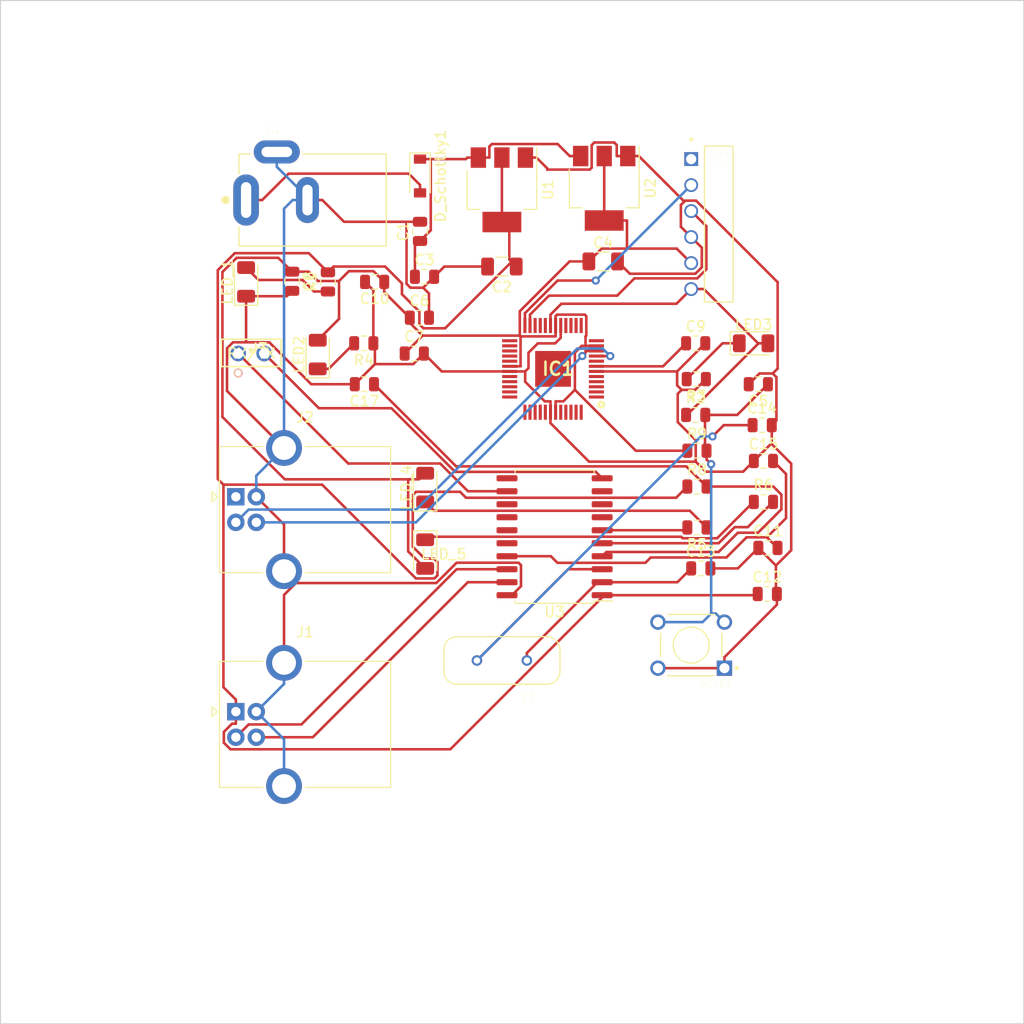
<source format=kicad_pcb>
(kicad_pcb (version 20171130) (host pcbnew "(5.1.5)-3")

  (general
    (thickness 1.6)
    (drawings 4)
    (tracks 378)
    (zones 0)
    (modules 41)
    (nets 72)
  )

  (page A4)
  (title_block
    (title "Sub circuito do microcontrolador")
    (date 2020-04-14)
    (rev "Laura Pereira")
    (company Layout)
  )

  (layers
    (0 F.Cu signal)
    (31 B.Cu signal)
    (32 B.Adhes user)
    (33 F.Adhes user)
    (34 B.Paste user)
    (35 F.Paste user)
    (36 B.SilkS user)
    (37 F.SilkS user)
    (38 B.Mask user)
    (39 F.Mask user)
    (40 Dwgs.User user)
    (41 Cmts.User user)
    (42 Eco1.User user)
    (43 Eco2.User user)
    (44 Edge.Cuts user)
    (45 Margin user)
    (46 B.CrtYd user)
    (47 F.CrtYd user)
    (48 B.Fab user)
    (49 F.Fab user)
  )

  (setup
    (last_trace_width 0.254)
    (trace_clearance 0.3048)
    (zone_clearance 0.508)
    (zone_45_only no)
    (trace_min 0.2)
    (via_size 0.8)
    (via_drill 0.4)
    (via_min_size 0.4)
    (via_min_drill 0.3)
    (uvia_size 0.3508)
    (uvia_drill 0.3286)
    (uvias_allowed no)
    (uvia_min_size 0.2)
    (uvia_min_drill 0.1)
    (edge_width 0.05)
    (segment_width 0.2)
    (pcb_text_width 0.3)
    (pcb_text_size 1.5 1.5)
    (mod_edge_width 0.12)
    (mod_text_size 1 1)
    (mod_text_width 0.15)
    (pad_size 1.524 1.524)
    (pad_drill 0.762)
    (pad_to_mask_clearance 0.051)
    (solder_mask_min_width 0.25)
    (aux_axis_origin 0 0)
    (visible_elements 7FFDFFFF)
    (pcbplotparams
      (layerselection 0x010fc_ffffffff)
      (usegerberextensions false)
      (usegerberattributes false)
      (usegerberadvancedattributes false)
      (creategerberjobfile false)
      (excludeedgelayer true)
      (linewidth 0.100000)
      (plotframeref false)
      (viasonmask false)
      (mode 1)
      (useauxorigin false)
      (hpglpennumber 1)
      (hpglpenspeed 20)
      (hpglpendiameter 15.000000)
      (psnegative false)
      (psa4output false)
      (plotreference true)
      (plotvalue true)
      (plotinvisibletext false)
      (padsonsilk false)
      (subtractmaskfromsilk false)
      (outputformat 1)
      (mirror false)
      (drillshape 1)
      (scaleselection 1)
      (outputdirectory ""))
  )

  (net 0 "")
  (net 1 "Net-(C5-Pad1)")
  (net 2 Earth)
  (net 3 VCAP)
  (net 4 "Net-(LED2-Pad1)")
  (net 5 MCLR#)
  (net 6 "Net-(LED3-Pad1)")
  (net 7 TMS)
  (net 8 PIN_2)
  (net 9 PIN_3)
  (net 10 PIN_4)
  (net 11 PGEC3)
  (net 12 PIN_8)
  (net 13 RB10)
  (net 14 RB11)
  (net 15 VUSB3V3)
  (net 16 RB13)
  (net 17 PD1)
  (net 18 PD2)
  (net 19 PD3)
  (net 20 PD4)
  (net 21 RA6)
  (net 22 PGEC2)
  (net 23 PGED2)
  (net 24 PGED1)
  (net 25 PGEC1)
  (net 26 RB2)
  (net 27 RB3)
  (net 28 RC0)
  (net 29 RC1)
  (net 30 RC2)
  (net 31 RA2)
  (net 32 RA3)
  (net 33 RA8)
  (net 34 RB4)
  (net 35 RA4)
  (net 36 RA9)
  (net 37 RD0)
  (net 38 RC3)
  (net 39 RC4)
  (net 40 RC5)
  (net 41 RC12)
  (net 42 PGED3)
  (net 43 RB7)
  (net 44 RB8)
  (net 45 VBUS1)
  (net 46 "Net-(J5-Pad1)")
  (net 47 Vin)
  (net 48 VBUS)
  (net 49 "Net-(C11-Pad2)")
  (net 50 OSC1)
  (net 51 OSC2)
  (net 52 "Net-(D_Schottky1-Pad2)")
  (net 53 D+)
  (net 54 D-)
  (net 55 VSUB1)
  (net 56 RX)
  (net 57 TX)
  (net 58 "Net-(LED_1-Pad2)")
  (net 59 "Net-(LED_4-Pad1)")
  (net 60 "Net-(LED_5-Pad1)")
  (net 61 RxLED)
  (net 62 TxLED)
  (net 63 RST)
  (net 64 "Net-(U3-Pad7)")
  (net 65 "Net-(U3-Pad8)")
  (net 66 "Net-(U3-Pad9)")
  (net 67 "Net-(U3-Pad11)")
  (net 68 "Net-(U3-Pad13)")
  (net 69 "Net-(U3-Pad14)")
  (net 70 "Net-(U3-Pad15)")
  (net 71 "Net-(U3-Pad16)")

  (net_class Default "Esta é a classe de rede padrão."
    (clearance 0.3048)
    (trace_width 0.254)
    (via_dia 0.8)
    (via_drill 0.4)
    (uvia_dia 0.3508)
    (uvia_drill 0.3286)
    (add_net D+)
    (add_net Earth)
    (add_net "Net-(C11-Pad2)")
    (add_net "Net-(C5-Pad1)")
    (add_net "Net-(D_Schottky1-Pad2)")
    (add_net "Net-(J5-Pad1)")
    (add_net "Net-(LED2-Pad1)")
    (add_net "Net-(LED3-Pad1)")
    (add_net "Net-(LED_1-Pad2)")
    (add_net "Net-(LED_4-Pad1)")
    (add_net "Net-(LED_5-Pad1)")
    (add_net "Net-(U3-Pad11)")
    (add_net "Net-(U3-Pad13)")
    (add_net "Net-(U3-Pad14)")
    (add_net "Net-(U3-Pad15)")
    (add_net "Net-(U3-Pad16)")
    (add_net "Net-(U3-Pad7)")
    (add_net "Net-(U3-Pad8)")
    (add_net "Net-(U3-Pad9)")
    (add_net OSC1)
    (add_net OSC2)
    (add_net PD1)
    (add_net PD2)
    (add_net PD3)
    (add_net PD4)
    (add_net PGEC1)
    (add_net PGEC2)
    (add_net PGEC3)
    (add_net PGED1)
    (add_net PGED2)
    (add_net PGED3)
    (add_net PIN_2)
    (add_net PIN_3)
    (add_net PIN_4)
    (add_net PIN_8)
    (add_net RA2)
    (add_net RA3)
    (add_net RA4)
    (add_net RA6)
    (add_net RA8)
    (add_net RA9)
    (add_net RB10)
    (add_net RB11)
    (add_net RB13)
    (add_net RB2)
    (add_net RB3)
    (add_net RB4)
    (add_net RB7)
    (add_net RB8)
    (add_net RC0)
    (add_net RC1)
    (add_net RC12)
    (add_net RC2)
    (add_net RC3)
    (add_net RC4)
    (add_net RC5)
    (add_net RD0)
    (add_net RST)
    (add_net RX)
    (add_net RxLED)
    (add_net TMS)
    (add_net TX)
    (add_net TxLED)
    (add_net VBUS)
    (add_net VBUS1)
    (add_net VCAP)
    (add_net VSUB1)
    (add_net VUSB3V3)
  )

  (net_class Power ""
    (clearance 0.3302)
    (trace_width 0.381)
    (via_dia 0.8)
    (via_drill 0.4)
    (uvia_dia 0.3508)
    (uvia_drill 0.3286)
    (add_net D-)
    (add_net MCLR#)
    (add_net Vin)
  )

  (module Capacitor_SMD:C_0805_2012Metric (layer F.Cu) (tedit 5B36C52B) (tstamp 5E95C3E6)
    (at 134.062 77.5 180)
    (descr "Capacitor SMD 0805 (2012 Metric), square (rectangular) end terminal, IPC_7351 nominal, (Body size source: https://docs.google.com/spreadsheets/d/1BsfQQcO9C6DZCsRaXUlFlo91Tg2WpOkGARC1WS5S8t0/edit?usp=sharing), generated with kicad-footprint-generator")
    (tags capacitor)
    (path /5E98FE73)
    (attr smd)
    (fp_text reference C5 (at 0 -1.65) (layer F.SilkS)
      (effects (font (size 1 1) (thickness 0.15)))
    )
    (fp_text value 100nF (at 0 1.65) (layer F.Fab)
      (effects (font (size 1 1) (thickness 0.15)))
    )
    (fp_line (start -1 0.6) (end -1 -0.6) (layer F.Fab) (width 0.1))
    (fp_line (start -1 -0.6) (end 1 -0.6) (layer F.Fab) (width 0.1))
    (fp_line (start 1 -0.6) (end 1 0.6) (layer F.Fab) (width 0.1))
    (fp_line (start 1 0.6) (end -1 0.6) (layer F.Fab) (width 0.1))
    (fp_line (start -0.258578 -0.71) (end 0.258578 -0.71) (layer F.SilkS) (width 0.12))
    (fp_line (start -0.258578 0.71) (end 0.258578 0.71) (layer F.SilkS) (width 0.12))
    (fp_line (start -1.68 0.95) (end -1.68 -0.95) (layer F.CrtYd) (width 0.05))
    (fp_line (start -1.68 -0.95) (end 1.68 -0.95) (layer F.CrtYd) (width 0.05))
    (fp_line (start 1.68 -0.95) (end 1.68 0.95) (layer F.CrtYd) (width 0.05))
    (fp_line (start 1.68 0.95) (end -1.68 0.95) (layer F.CrtYd) (width 0.05))
    (fp_text user %R (at 0 0) (layer F.Fab)
      (effects (font (size 0.5 0.5) (thickness 0.08)))
    )
    (pad 1 smd roundrect (at -0.9375 0 180) (size 0.975 1.4) (layers F.Cu F.Paste F.Mask) (roundrect_rratio 0.25)
      (net 1 "Net-(C5-Pad1)"))
    (pad 2 smd roundrect (at 0.9375 0 180) (size 0.975 1.4) (layers F.Cu F.Paste F.Mask) (roundrect_rratio 0.25)
      (net 2 Earth))
    (model ${KISYS3DMOD}/Capacitor_SMD.3dshapes/C_0805_2012Metric.wrl
      (at (xyz 0 0 0))
      (scale (xyz 1 1 1))
      (rotate (xyz 0 0 0))
    )
  )

  (module Capacitor_SMD:C_0805_2012Metric (layer F.Cu) (tedit 5B36C52B) (tstamp 5E95C3F7)
    (at 100.938 71)
    (descr "Capacitor SMD 0805 (2012 Metric), square (rectangular) end terminal, IPC_7351 nominal, (Body size source: https://docs.google.com/spreadsheets/d/1BsfQQcO9C6DZCsRaXUlFlo91Tg2WpOkGARC1WS5S8t0/edit?usp=sharing), generated with kicad-footprint-generator")
    (tags capacitor)
    (path /5E993DC2)
    (attr smd)
    (fp_text reference C6 (at 0 -1.65) (layer F.SilkS)
      (effects (font (size 1 1) (thickness 0.15)))
    )
    (fp_text value 100nF (at 0 1.65) (layer F.Fab)
      (effects (font (size 1 1) (thickness 0.15)))
    )
    (fp_text user %R (at 0 0) (layer F.Fab)
      (effects (font (size 0.5 0.5) (thickness 0.08)))
    )
    (fp_line (start 1.68 0.95) (end -1.68 0.95) (layer F.CrtYd) (width 0.05))
    (fp_line (start 1.68 -0.95) (end 1.68 0.95) (layer F.CrtYd) (width 0.05))
    (fp_line (start -1.68 -0.95) (end 1.68 -0.95) (layer F.CrtYd) (width 0.05))
    (fp_line (start -1.68 0.95) (end -1.68 -0.95) (layer F.CrtYd) (width 0.05))
    (fp_line (start -0.258578 0.71) (end 0.258578 0.71) (layer F.SilkS) (width 0.12))
    (fp_line (start -0.258578 -0.71) (end 0.258578 -0.71) (layer F.SilkS) (width 0.12))
    (fp_line (start 1 0.6) (end -1 0.6) (layer F.Fab) (width 0.1))
    (fp_line (start 1 -0.6) (end 1 0.6) (layer F.Fab) (width 0.1))
    (fp_line (start -1 -0.6) (end 1 -0.6) (layer F.Fab) (width 0.1))
    (fp_line (start -1 0.6) (end -1 -0.6) (layer F.Fab) (width 0.1))
    (pad 2 smd roundrect (at 0.9375 0) (size 0.975 1.4) (layers F.Cu F.Paste F.Mask) (roundrect_rratio 0.25)
      (net 2 Earth))
    (pad 1 smd roundrect (at -0.9375 0) (size 0.975 1.4) (layers F.Cu F.Paste F.Mask) (roundrect_rratio 0.25)
      (net 15 VUSB3V3))
    (model ${KISYS3DMOD}/Capacitor_SMD.3dshapes/C_0805_2012Metric.wrl
      (at (xyz 0 0 0))
      (scale (xyz 1 1 1))
      (rotate (xyz 0 0 0))
    )
  )

  (module Capacitor_SMD:C_0805_2012Metric (layer F.Cu) (tedit 5B36C52B) (tstamp 5E95C408)
    (at 100.438 74.5)
    (descr "Capacitor SMD 0805 (2012 Metric), square (rectangular) end terminal, IPC_7351 nominal, (Body size source: https://docs.google.com/spreadsheets/d/1BsfQQcO9C6DZCsRaXUlFlo91Tg2WpOkGARC1WS5S8t0/edit?usp=sharing), generated with kicad-footprint-generator")
    (tags capacitor)
    (path /5E994E9D)
    (attr smd)
    (fp_text reference C7 (at 0 -1.65) (layer F.SilkS)
      (effects (font (size 1 1) (thickness 0.15)))
    )
    (fp_text value 100nF (at 0 1.65) (layer F.Fab)
      (effects (font (size 1 1) (thickness 0.15)))
    )
    (fp_line (start -1 0.6) (end -1 -0.6) (layer F.Fab) (width 0.1))
    (fp_line (start -1 -0.6) (end 1 -0.6) (layer F.Fab) (width 0.1))
    (fp_line (start 1 -0.6) (end 1 0.6) (layer F.Fab) (width 0.1))
    (fp_line (start 1 0.6) (end -1 0.6) (layer F.Fab) (width 0.1))
    (fp_line (start -0.258578 -0.71) (end 0.258578 -0.71) (layer F.SilkS) (width 0.12))
    (fp_line (start -0.258578 0.71) (end 0.258578 0.71) (layer F.SilkS) (width 0.12))
    (fp_line (start -1.68 0.95) (end -1.68 -0.95) (layer F.CrtYd) (width 0.05))
    (fp_line (start -1.68 -0.95) (end 1.68 -0.95) (layer F.CrtYd) (width 0.05))
    (fp_line (start 1.68 -0.95) (end 1.68 0.95) (layer F.CrtYd) (width 0.05))
    (fp_line (start 1.68 0.95) (end -1.68 0.95) (layer F.CrtYd) (width 0.05))
    (fp_text user %R (at 0 0) (layer F.Fab)
      (effects (font (size 0.5 0.5) (thickness 0.08)))
    )
    (pad 1 smd roundrect (at -0.9375 0) (size 0.975 1.4) (layers F.Cu F.Paste F.Mask) (roundrect_rratio 0.25)
      (net 15 VUSB3V3))
    (pad 2 smd roundrect (at 0.9375 0) (size 0.975 1.4) (layers F.Cu F.Paste F.Mask) (roundrect_rratio 0.25)
      (net 2 Earth))
    (model ${KISYS3DMOD}/Capacitor_SMD.3dshapes/C_0805_2012Metric.wrl
      (at (xyz 0 0 0))
      (scale (xyz 1 1 1))
      (rotate (xyz 0 0 0))
    )
  )

  (module Capacitor_SMD:C_0805_2012Metric (layer F.Cu) (tedit 5B36C52B) (tstamp 5E95C419)
    (at 88.5 67.4375 270)
    (descr "Capacitor SMD 0805 (2012 Metric), square (rectangular) end terminal, IPC_7351 nominal, (Body size source: https://docs.google.com/spreadsheets/d/1BsfQQcO9C6DZCsRaXUlFlo91Tg2WpOkGARC1WS5S8t0/edit?usp=sharing), generated with kicad-footprint-generator")
    (tags capacitor)
    (path /5E995911)
    (attr smd)
    (fp_text reference C8 (at 0 -1.65 90) (layer F.SilkS)
      (effects (font (size 1 1) (thickness 0.15)))
    )
    (fp_text value 100nF (at 0 1.65 90) (layer F.Fab)
      (effects (font (size 1 1) (thickness 0.15)))
    )
    (fp_text user %R (at 0 0 90) (layer F.Fab)
      (effects (font (size 0.5 0.5) (thickness 0.08)))
    )
    (fp_line (start 1.68 0.95) (end -1.68 0.95) (layer F.CrtYd) (width 0.05))
    (fp_line (start 1.68 -0.95) (end 1.68 0.95) (layer F.CrtYd) (width 0.05))
    (fp_line (start -1.68 -0.95) (end 1.68 -0.95) (layer F.CrtYd) (width 0.05))
    (fp_line (start -1.68 0.95) (end -1.68 -0.95) (layer F.CrtYd) (width 0.05))
    (fp_line (start -0.258578 0.71) (end 0.258578 0.71) (layer F.SilkS) (width 0.12))
    (fp_line (start -0.258578 -0.71) (end 0.258578 -0.71) (layer F.SilkS) (width 0.12))
    (fp_line (start 1 0.6) (end -1 0.6) (layer F.Fab) (width 0.1))
    (fp_line (start 1 -0.6) (end 1 0.6) (layer F.Fab) (width 0.1))
    (fp_line (start -1 -0.6) (end 1 -0.6) (layer F.Fab) (width 0.1))
    (fp_line (start -1 0.6) (end -1 -0.6) (layer F.Fab) (width 0.1))
    (pad 2 smd roundrect (at 0.9375 0 270) (size 0.975 1.4) (layers F.Cu F.Paste F.Mask) (roundrect_rratio 0.25)
      (net 2 Earth))
    (pad 1 smd roundrect (at -0.9375 0 270) (size 0.975 1.4) (layers F.Cu F.Paste F.Mask) (roundrect_rratio 0.25)
      (net 15 VUSB3V3))
    (model ${KISYS3DMOD}/Capacitor_SMD.3dshapes/C_0805_2012Metric.wrl
      (at (xyz 0 0 0))
      (scale (xyz 1 1 1))
      (rotate (xyz 0 0 0))
    )
  )

  (module Resistor_SMD:R_0805_2012Metric (layer F.Cu) (tedit 5B36C52B) (tstamp 5E95C463)
    (at 128.062 84)
    (descr "Resistor SMD 0805 (2012 Metric), square (rectangular) end terminal, IPC_7351 nominal, (Body size source: https://docs.google.com/spreadsheets/d/1BsfQQcO9C6DZCsRaXUlFlo91Tg2WpOkGARC1WS5S8t0/edit?usp=sharing), generated with kicad-footprint-generator")
    (tags resistor)
    (path /5E98AD42)
    (attr smd)
    (fp_text reference R9 (at 0 -1.65) (layer F.SilkS)
      (effects (font (size 1 1) (thickness 0.15)))
    )
    (fp_text value 10k (at 0 1.65) (layer F.Fab)
      (effects (font (size 1 1) (thickness 0.15)))
    )
    (fp_line (start -1 0.6) (end -1 -0.6) (layer F.Fab) (width 0.1))
    (fp_line (start -1 -0.6) (end 1 -0.6) (layer F.Fab) (width 0.1))
    (fp_line (start 1 -0.6) (end 1 0.6) (layer F.Fab) (width 0.1))
    (fp_line (start 1 0.6) (end -1 0.6) (layer F.Fab) (width 0.1))
    (fp_line (start -0.258578 -0.71) (end 0.258578 -0.71) (layer F.SilkS) (width 0.12))
    (fp_line (start -0.258578 0.71) (end 0.258578 0.71) (layer F.SilkS) (width 0.12))
    (fp_line (start -1.68 0.95) (end -1.68 -0.95) (layer F.CrtYd) (width 0.05))
    (fp_line (start -1.68 -0.95) (end 1.68 -0.95) (layer F.CrtYd) (width 0.05))
    (fp_line (start 1.68 -0.95) (end 1.68 0.95) (layer F.CrtYd) (width 0.05))
    (fp_line (start 1.68 0.95) (end -1.68 0.95) (layer F.CrtYd) (width 0.05))
    (fp_text user %R (at 0 0) (layer F.Fab)
      (effects (font (size 0.5 0.5) (thickness 0.08)))
    )
    (pad 1 smd roundrect (at -0.9375 0) (size 0.975 1.4) (layers F.Cu F.Paste F.Mask) (roundrect_rratio 0.25)
      (net 15 VUSB3V3))
    (pad 2 smd roundrect (at 0.9375 0) (size 0.975 1.4) (layers F.Cu F.Paste F.Mask) (roundrect_rratio 0.25)
      (net 1 "Net-(C5-Pad1)"))
    (model ${KISYS3DMOD}/Resistor_SMD.3dshapes/R_0805_2012Metric.wrl
      (at (xyz 0 0 0))
      (scale (xyz 1 1 1))
      (rotate (xyz 0 0 0))
    )
  )

  (module Resistor_SMD:R_0805_2012Metric (layer F.Cu) (tedit 5B36C52B) (tstamp 5E95C474)
    (at 127.938 80.5)
    (descr "Resistor SMD 0805 (2012 Metric), square (rectangular) end terminal, IPC_7351 nominal, (Body size source: https://docs.google.com/spreadsheets/d/1BsfQQcO9C6DZCsRaXUlFlo91Tg2WpOkGARC1WS5S8t0/edit?usp=sharing), generated with kicad-footprint-generator")
    (tags resistor)
    (path /5E9997D9)
    (attr smd)
    (fp_text reference R2 (at 0 -1.65) (layer F.SilkS)
      (effects (font (size 1 1) (thickness 0.15)))
    )
    (fp_text value 1k (at 0 1.65) (layer F.Fab)
      (effects (font (size 1 1) (thickness 0.15)))
    )
    (fp_text user %R (at 0 0) (layer F.Fab)
      (effects (font (size 0.5 0.5) (thickness 0.08)))
    )
    (fp_line (start 1.68 0.95) (end -1.68 0.95) (layer F.CrtYd) (width 0.05))
    (fp_line (start 1.68 -0.95) (end 1.68 0.95) (layer F.CrtYd) (width 0.05))
    (fp_line (start -1.68 -0.95) (end 1.68 -0.95) (layer F.CrtYd) (width 0.05))
    (fp_line (start -1.68 0.95) (end -1.68 -0.95) (layer F.CrtYd) (width 0.05))
    (fp_line (start -0.258578 0.71) (end 0.258578 0.71) (layer F.SilkS) (width 0.12))
    (fp_line (start -0.258578 -0.71) (end 0.258578 -0.71) (layer F.SilkS) (width 0.12))
    (fp_line (start 1 0.6) (end -1 0.6) (layer F.Fab) (width 0.1))
    (fp_line (start 1 -0.6) (end 1 0.6) (layer F.Fab) (width 0.1))
    (fp_line (start -1 -0.6) (end 1 -0.6) (layer F.Fab) (width 0.1))
    (fp_line (start -1 0.6) (end -1 -0.6) (layer F.Fab) (width 0.1))
    (pad 2 smd roundrect (at 0.9375 0) (size 0.975 1.4) (layers F.Cu F.Paste F.Mask) (roundrect_rratio 0.25)
      (net 1 "Net-(C5-Pad1)"))
    (pad 1 smd roundrect (at -0.9375 0) (size 0.975 1.4) (layers F.Cu F.Paste F.Mask) (roundrect_rratio 0.25)
      (net 5 MCLR#))
    (model ${KISYS3DMOD}/Resistor_SMD.3dshapes/R_0805_2012Metric.wrl
      (at (xyz 0 0 0))
      (scale (xyz 1 1 1))
      (rotate (xyz 0 0 0))
    )
  )

  (module Resistor_SMD:R_0805_2012Metric (layer F.Cu) (tedit 5B36C52B) (tstamp 5E95C485)
    (at 128 77 180)
    (descr "Resistor SMD 0805 (2012 Metric), square (rectangular) end terminal, IPC_7351 nominal, (Body size source: https://docs.google.com/spreadsheets/d/1BsfQQcO9C6DZCsRaXUlFlo91Tg2WpOkGARC1WS5S8t0/edit?usp=sharing), generated with kicad-footprint-generator")
    (tags resistor)
    (path /5E9B0A21)
    (attr smd)
    (fp_text reference R3 (at 0 -1.65 180) (layer F.SilkS)
      (effects (font (size 1 1) (thickness 0.15)))
    )
    (fp_text value 120 (at 0 1.65 180) (layer F.Fab)
      (effects (font (size 1 1) (thickness 0.15)))
    )
    (fp_text user %R (at 0 0 180) (layer F.Fab)
      (effects (font (size 0.5 0.5) (thickness 0.08)))
    )
    (fp_line (start 1.68 0.95) (end -1.68 0.95) (layer F.CrtYd) (width 0.05))
    (fp_line (start 1.68 -0.95) (end 1.68 0.95) (layer F.CrtYd) (width 0.05))
    (fp_line (start -1.68 -0.95) (end 1.68 -0.95) (layer F.CrtYd) (width 0.05))
    (fp_line (start -1.68 0.95) (end -1.68 -0.95) (layer F.CrtYd) (width 0.05))
    (fp_line (start -0.258578 0.71) (end 0.258578 0.71) (layer F.SilkS) (width 0.12))
    (fp_line (start -0.258578 -0.71) (end 0.258578 -0.71) (layer F.SilkS) (width 0.12))
    (fp_line (start 1 0.6) (end -1 0.6) (layer F.Fab) (width 0.1))
    (fp_line (start 1 -0.6) (end 1 0.6) (layer F.Fab) (width 0.1))
    (fp_line (start -1 -0.6) (end 1 -0.6) (layer F.Fab) (width 0.1))
    (fp_line (start -1 0.6) (end -1 -0.6) (layer F.Fab) (width 0.1))
    (pad 2 smd roundrect (at 0.9375 0 180) (size 0.975 1.4) (layers F.Cu F.Paste F.Mask) (roundrect_rratio 0.25)
      (net 6 "Net-(LED3-Pad1)"))
    (pad 1 smd roundrect (at -0.9375 0 180) (size 0.975 1.4) (layers F.Cu F.Paste F.Mask) (roundrect_rratio 0.25)
      (net 2 Earth))
    (model ${KISYS3DMOD}/Resistor_SMD.3dshapes/R_0805_2012Metric.wrl
      (at (xyz 0 0 0))
      (scale (xyz 1 1 1))
      (rotate (xyz 0 0 0))
    )
  )

  (module Resistor_SMD:R_0805_2012Metric (layer F.Cu) (tedit 5B36C52B) (tstamp 5E95C496)
    (at 95.5 73.5 180)
    (descr "Resistor SMD 0805 (2012 Metric), square (rectangular) end terminal, IPC_7351 nominal, (Body size source: https://docs.google.com/spreadsheets/d/1BsfQQcO9C6DZCsRaXUlFlo91Tg2WpOkGARC1WS5S8t0/edit?usp=sharing), generated with kicad-footprint-generator")
    (tags resistor)
    (path /5E9AA262)
    (attr smd)
    (fp_text reference R4 (at 0 -1.65) (layer F.SilkS)
      (effects (font (size 1 1) (thickness 0.15)))
    )
    (fp_text value 120 (at 0 1.65) (layer F.Fab)
      (effects (font (size 1 1) (thickness 0.15)))
    )
    (fp_line (start -1 0.6) (end -1 -0.6) (layer F.Fab) (width 0.1))
    (fp_line (start -1 -0.6) (end 1 -0.6) (layer F.Fab) (width 0.1))
    (fp_line (start 1 -0.6) (end 1 0.6) (layer F.Fab) (width 0.1))
    (fp_line (start 1 0.6) (end -1 0.6) (layer F.Fab) (width 0.1))
    (fp_line (start -0.258578 -0.71) (end 0.258578 -0.71) (layer F.SilkS) (width 0.12))
    (fp_line (start -0.258578 0.71) (end 0.258578 0.71) (layer F.SilkS) (width 0.12))
    (fp_line (start -1.68 0.95) (end -1.68 -0.95) (layer F.CrtYd) (width 0.05))
    (fp_line (start -1.68 -0.95) (end 1.68 -0.95) (layer F.CrtYd) (width 0.05))
    (fp_line (start 1.68 -0.95) (end 1.68 0.95) (layer F.CrtYd) (width 0.05))
    (fp_line (start 1.68 0.95) (end -1.68 0.95) (layer F.CrtYd) (width 0.05))
    (fp_text user %R (at 0 0) (layer F.Fab)
      (effects (font (size 0.5 0.5) (thickness 0.08)))
    )
    (pad 1 smd roundrect (at -0.9375 0 180) (size 0.975 1.4) (layers F.Cu F.Paste F.Mask) (roundrect_rratio 0.25)
      (net 2 Earth))
    (pad 2 smd roundrect (at 0.9375 0 180) (size 0.975 1.4) (layers F.Cu F.Paste F.Mask) (roundrect_rratio 0.25)
      (net 4 "Net-(LED2-Pad1)"))
    (model ${KISYS3DMOD}/Resistor_SMD.3dshapes/R_0805_2012Metric.wrl
      (at (xyz 0 0 0))
      (scale (xyz 1 1 1))
      (rotate (xyz 0 0 0))
    )
  )

  (module PIC32MM0064GPM048-I_PT:QFP50P900X900X120-49N (layer F.Cu) (tedit 5E947F6C) (tstamp 5E961BA8)
    (at 114 76 180)
    (descr PIC32MM0064GPM048-I/PT)
    (tags "Integrated Circuit")
    (path /5E9750CF)
    (attr smd)
    (fp_text reference IC1 (at -0.5 0 180) (layer F.SilkS)
      (effects (font (size 1.27 1.27) (thickness 0.254)))
    )
    (fp_text value PIC32MM0064GPM048-I_PT (at 0 0) (layer F.SilkS) hide
      (effects (font (size 1.27 1.27) (thickness 0.254)))
    )
    (fp_line (start -5.225 -5.225) (end 5.225 -5.225) (layer Dwgs.User) (width 0.05))
    (fp_line (start 5.225 -5.225) (end 5.225 5.225) (layer Dwgs.User) (width 0.05))
    (fp_line (start 5.225 5.225) (end -5.225 5.225) (layer Dwgs.User) (width 0.05))
    (fp_line (start -5.225 5.225) (end -5.225 -5.225) (layer Dwgs.User) (width 0.05))
    (fp_line (start -3.5 -3.5) (end 3.5 -3.5) (layer Dwgs.User) (width 0.1))
    (fp_line (start 3.5 -3.5) (end 3.5 3.5) (layer Dwgs.User) (width 0.1))
    (fp_line (start 3.5 3.5) (end -3.5 3.5) (layer Dwgs.User) (width 0.1))
    (fp_line (start -3.5 3.5) (end -3.5 -3.5) (layer Dwgs.User) (width 0.1))
    (fp_line (start -3.5 -3) (end -3 -3.5) (layer Dwgs.User) (width 0.1))
    (fp_circle (center -4.725 -3.5) (end -4.85 -3.5) (layer F.SilkS) (width 0.254))
    (pad 1 smd rect (at -4.238 -2.75 270) (size 0.3 1.475) (layers F.Cu F.Paste F.Mask)
      (net 7 TMS))
    (pad 2 smd rect (at -4.238 -2.25 270) (size 0.3 1.475) (layers F.Cu F.Paste F.Mask)
      (net 8 PIN_2))
    (pad 3 smd rect (at -4.238 -1.75 270) (size 0.3 1.475) (layers F.Cu F.Paste F.Mask)
      (net 9 PIN_3))
    (pad 4 smd rect (at -4.238 -1.25 270) (size 0.3 1.475) (layers F.Cu F.Paste F.Mask)
      (net 10 PIN_4))
    (pad 5 smd rect (at -4.238 -0.75 270) (size 0.3 1.475) (layers F.Cu F.Paste F.Mask)
      (net 11 PGEC3))
    (pad 6 smd rect (at -4.238 -0.25 270) (size 0.3 1.475) (layers F.Cu F.Paste F.Mask)
      (net 2 Earth))
    (pad 7 smd rect (at -4.238 0.25 270) (size 0.3 1.475) (layers F.Cu F.Paste F.Mask)
      (net 3 VCAP))
    (pad 8 smd rect (at -4.238 0.75 270) (size 0.3 1.475) (layers F.Cu F.Paste F.Mask)
      (net 12 PIN_8))
    (pad 9 smd rect (at -4.238 1.25 270) (size 0.3 1.475) (layers F.Cu F.Paste F.Mask)
      (net 13 RB10))
    (pad 10 smd rect (at -4.238 1.75 270) (size 0.3 1.475) (layers F.Cu F.Paste F.Mask)
      (net 14 RB11))
    (pad 11 smd rect (at -4.238 2.25 270) (size 0.3 1.475) (layers F.Cu F.Paste F.Mask)
      (net 15 VUSB3V3))
    (pad 12 smd rect (at -4.238 2.75 270) (size 0.3 1.475) (layers F.Cu F.Paste F.Mask)
      (net 16 RB13))
    (pad 13 smd rect (at -2.75 4.238 180) (size 0.3 1.475) (layers F.Cu F.Paste F.Mask)
      (net 17 PD1))
    (pad 14 smd rect (at -2.25 4.238 180) (size 0.3 1.475) (layers F.Cu F.Paste F.Mask)
      (net 18 PD2))
    (pad 15 smd rect (at -1.75 4.238 180) (size 0.3 1.475) (layers F.Cu F.Paste F.Mask)
      (net 19 PD3))
    (pad 16 smd rect (at -1.25 4.238 180) (size 0.3 1.475) (layers F.Cu F.Paste F.Mask)
      (net 20 PD4))
    (pad 17 smd rect (at -0.75 4.238 180) (size 0.3 1.475) (layers F.Cu F.Paste F.Mask)
      (net 2 Earth))
    (pad 18 smd rect (at -0.25 4.238 180) (size 0.3 1.475) (layers F.Cu F.Paste F.Mask)
      (net 15 VUSB3V3))
    (pad 19 smd rect (at 0.25 4.238 180) (size 0.3 1.475) (layers F.Cu F.Paste F.Mask)
      (net 5 MCLR#))
    (pad 20 smd rect (at 0.75 4.238 180) (size 0.3 1.475) (layers F.Cu F.Paste F.Mask)
      (net 21 RA6))
    (pad 21 smd rect (at 1.25 4.238 180) (size 0.3 1.475) (layers F.Cu F.Paste F.Mask)
      (net 22 PGEC2))
    (pad 22 smd rect (at 1.75 4.238 180) (size 0.3 1.475) (layers F.Cu F.Paste F.Mask)
      (net 23 PGED2))
    (pad 23 smd rect (at 2.25 4.238 180) (size 0.3 1.475) (layers F.Cu F.Paste F.Mask)
      (net 24 PGED1))
    (pad 24 smd rect (at 2.75 4.238 180) (size 0.3 1.475) (layers F.Cu F.Paste F.Mask)
      (net 25 PGEC1))
    (pad 25 smd rect (at 4.238 2.75 270) (size 0.3 1.475) (layers F.Cu F.Paste F.Mask)
      (net 26 RB2))
    (pad 26 smd rect (at 4.238 2.25 270) (size 0.3 1.475) (layers F.Cu F.Paste F.Mask)
      (net 27 RB3))
    (pad 27 smd rect (at 4.238 1.75 270) (size 0.3 1.475) (layers F.Cu F.Paste F.Mask)
      (net 28 RC0))
    (pad 28 smd rect (at 4.238 1.25 270) (size 0.3 1.475) (layers F.Cu F.Paste F.Mask)
      (net 29 RC1))
    (pad 29 smd rect (at 4.238 0.75 270) (size 0.3 1.475) (layers F.Cu F.Paste F.Mask)
      (net 30 RC2))
    (pad 30 smd rect (at 4.238 0.25 270) (size 0.3 1.475) (layers F.Cu F.Paste F.Mask)
      (net 15 VUSB3V3))
    (pad 31 smd rect (at 4.238 -0.25 270) (size 0.3 1.475) (layers F.Cu F.Paste F.Mask)
      (net 2 Earth))
    (pad 32 smd rect (at 4.238 -0.75 270) (size 0.3 1.475) (layers F.Cu F.Paste F.Mask)
      (net 31 RA2))
    (pad 33 smd rect (at 4.238 -1.25 270) (size 0.3 1.475) (layers F.Cu F.Paste F.Mask)
      (net 32 RA3))
    (pad 34 smd rect (at 4.238 -1.75 270) (size 0.3 1.475) (layers F.Cu F.Paste F.Mask)
      (net 33 RA8))
    (pad 35 smd rect (at 4.238 -2.25 270) (size 0.3 1.475) (layers F.Cu F.Paste F.Mask)
      (net 34 RB4))
    (pad 36 smd rect (at 4.238 -2.75 270) (size 0.3 1.475) (layers F.Cu F.Paste F.Mask)
      (net 35 RA4))
    (pad 37 smd rect (at 2.75 -4.238 180) (size 0.3 1.475) (layers F.Cu F.Paste F.Mask)
      (net 36 RA9))
    (pad 38 smd rect (at 2.25 -4.238 180) (size 0.3 1.475) (layers F.Cu F.Paste F.Mask)
      (net 37 RD0))
    (pad 39 smd rect (at 1.75 -4.238 180) (size 0.3 1.475) (layers F.Cu F.Paste F.Mask)
      (net 38 RC3))
    (pad 40 smd rect (at 1.25 -4.238 180) (size 0.3 1.475) (layers F.Cu F.Paste F.Mask)
      (net 39 RC4))
    (pad 41 smd rect (at 0.75 -4.238 180) (size 0.3 1.475) (layers F.Cu F.Paste F.Mask)
      (net 40 RC5))
    (pad 42 smd rect (at 0.25 -4.238 180) (size 0.3 1.475) (layers F.Cu F.Paste F.Mask)
      (net 2 Earth))
    (pad 43 smd rect (at -0.25 -4.238 180) (size 0.3 1.475) (layers F.Cu F.Paste F.Mask)
      (net 15 VUSB3V3))
    (pad 44 smd rect (at -0.75 -4.238 180) (size 0.3 1.475) (layers F.Cu F.Paste F.Mask)
      (net 41 RC12))
    (pad 45 smd rect (at -1.25 -4.238 180) (size 0.3 1.475) (layers F.Cu F.Paste F.Mask)
      (net 42 PGED3))
    (pad 46 smd rect (at -1.75 -4.238 180) (size 0.3 1.475) (layers F.Cu F.Paste F.Mask)
      (net 45 VBUS1))
    (pad 47 smd rect (at -2.25 -4.238 180) (size 0.3 1.475) (layers F.Cu F.Paste F.Mask)
      (net 43 RB7))
    (pad 48 smd rect (at -2.75 -4.238 180) (size 0.3 1.475) (layers F.Cu F.Paste F.Mask)
      (net 44 RB8))
    (pad 49 smd rect (at 0 0 180) (size 3.5 3.5) (layers F.Cu F.Paste F.Mask))
  )

  (module 1825910-6:SW_1825910-6-4 (layer F.Cu) (tedit 5E94CB45) (tstamp 5E961BBF)
    (at 127.5 103 180)
    (path /5E96D907)
    (fp_text reference MCLR1 (at -2.3627 -3.844398) (layer F.SilkS)
      (effects (font (size 0.630643 0.630643) (thickness 0.015)))
    )
    (fp_text value SWL1 (at 1.150079 3.960282) (layer F.Fab)
      (effects (font (size 0.629966 0.629966) (thickness 0.015)))
    )
    (fp_line (start -2.995 -2.995) (end -2.995 2.995) (layer F.Fab) (width 0.127))
    (fp_line (start -2.995 2.995) (end 2.995 2.995) (layer F.Fab) (width 0.127))
    (fp_line (start 2.995 2.995) (end 2.995 -2.995) (layer F.Fab) (width 0.127))
    (fp_line (start 2.995 -2.995) (end -2.995 -2.995) (layer F.Fab) (width 0.127))
    (fp_line (start -2.2 -2.995) (end 2.3 -2.995) (layer F.SilkS) (width 0.127))
    (fp_line (start 3 -1.15) (end 3 1.15) (layer F.SilkS) (width 0.127))
    (fp_line (start 2.3 2.995) (end -2.3 2.995) (layer F.SilkS) (width 0.127))
    (fp_line (start -2.995 -1.15) (end -2.995 1.15) (layer F.SilkS) (width 0.127))
    (fp_line (start -4.25 -3.25) (end -4.25 3.25) (layer F.CrtYd) (width 0.05))
    (fp_line (start -4.25 3.25) (end 4.25 3.25) (layer F.CrtYd) (width 0.05))
    (fp_line (start 4.25 3.25) (end 4.25 -3.25) (layer F.CrtYd) (width 0.05))
    (fp_line (start 4.25 -3.25) (end -4.25 -3.25) (layer F.CrtYd) (width 0.05))
    (fp_circle (center 0 0) (end 1.755 0) (layer F.SilkS) (width 0.127))
    (fp_circle (center 0 0) (end 1.755 0) (layer F.Fab) (width 0.127))
    (fp_circle (center -4.445 -2.25) (end -4.345 -2.25) (layer F.SilkS) (width 0.2))
    (pad 3 thru_hole circle (at -3.25 2.25 180) (size 1.498 1.498) (drill 0.99) (layers *.Cu *.Mask)
      (net 1 "Net-(C5-Pad1)"))
    (pad 1 thru_hole rect (at -3.25 -2.25 180) (size 1.498 1.498) (drill 0.99) (layers *.Cu *.Mask)
      (net 2 Earth))
    (pad 4 thru_hole circle (at 3.25 2.25 180) (size 1.498 1.498) (drill 0.99) (layers *.Cu *.Mask)
      (net 1 "Net-(C5-Pad1)"))
    (pad 2 thru_hole circle (at 3.25 -2.25 180) (size 1.498 1.498) (drill 0.99) (layers *.Cu *.Mask)
      (net 2 Earth))
  )

  (module Capacitor_SMD:C_0805_2012Metric (layer F.Cu) (tedit 5B36C52B) (tstamp 5E98234F)
    (at 96.5625 67.5 180)
    (descr "Capacitor SMD 0805 (2012 Metric), square (rectangular) end terminal, IPC_7351 nominal, (Body size source: https://docs.google.com/spreadsheets/d/1BsfQQcO9C6DZCsRaXUlFlo91Tg2WpOkGARC1WS5S8t0/edit?usp=sharing), generated with kicad-footprint-generator")
    (tags capacitor)
    (path /5EA2D4A2)
    (attr smd)
    (fp_text reference C10 (at 0 -1.65) (layer F.SilkS)
      (effects (font (size 1 1) (thickness 0.15)))
    )
    (fp_text value 100nF (at 0 1.65) (layer B.Fab)
      (effects (font (size 1 1) (thickness 0.15)) (justify mirror))
    )
    (fp_line (start -1 0.6) (end -1 -0.6) (layer F.Fab) (width 0.1))
    (fp_line (start -1 -0.6) (end 1 -0.6) (layer F.Fab) (width 0.1))
    (fp_line (start 1 -0.6) (end 1 0.6) (layer F.Fab) (width 0.1))
    (fp_line (start 1 0.6) (end -1 0.6) (layer F.Fab) (width 0.1))
    (fp_line (start -0.258578 -0.71) (end 0.258578 -0.71) (layer F.SilkS) (width 0.12))
    (fp_line (start -0.258578 0.71) (end 0.258578 0.71) (layer F.SilkS) (width 0.12))
    (fp_line (start -1.68 0.95) (end -1.68 -0.95) (layer F.CrtYd) (width 0.05))
    (fp_line (start -1.68 -0.95) (end 1.68 -0.95) (layer F.CrtYd) (width 0.05))
    (fp_line (start 1.68 -0.95) (end 1.68 0.95) (layer F.CrtYd) (width 0.05))
    (fp_line (start 1.68 0.95) (end -1.68 0.95) (layer F.CrtYd) (width 0.05))
    (fp_text user %R (at 0 0) (layer F.Fab)
      (effects (font (size 0.5 0.5) (thickness 0.08)))
    )
    (pad 1 smd roundrect (at -0.9375 0 180) (size 0.975 1.4) (layers F.Cu F.Paste F.Mask) (roundrect_rratio 0.25)
      (net 15 VUSB3V3))
    (pad 2 smd roundrect (at 0.9375 0 180) (size 0.975 1.4) (layers F.Cu F.Paste F.Mask) (roundrect_rratio 0.25)
      (net 2 Earth))
    (model ${KISYS3DMOD}/Capacitor_SMD.3dshapes/C_0805_2012Metric.wrl
      (at (xyz 0 0 0))
      (scale (xyz 1 1 1))
      (rotate (xyz 0 0 0))
    )
  )

  (module pin_header:TE_826951-6 (layer F.Cu) (tedit 5E977ABD) (tstamp 5E98236A)
    (at 127.5 55.5 270)
    (path /5EA89174)
    (fp_text reference J5 (at 0 -3 90) (layer F.SilkS)
      (effects (font (size 1 1) (thickness 0.015)))
    )
    (fp_text value ICSP (at 4.715 2.54 90) (layer F.Fab)
      (effects (font (size 1 1) (thickness 0.015)))
    )
    (fp_line (start -1.27 -1.3) (end -1.27 -4.1) (layer F.Fab) (width 0.127))
    (fp_line (start -1.27 -4.1) (end 13.97 -4.1) (layer F.Fab) (width 0.127))
    (fp_line (start 13.97 -4.1) (end 13.97 -1.3) (layer F.Fab) (width 0.127))
    (fp_line (start 13.97 -1.3) (end -1.27 -1.3) (layer F.Fab) (width 0.127))
    (fp_line (start -1.27 -1.3) (end -1.27 -12.1) (layer F.Fab) (width 0.127))
    (fp_line (start -1.27 -12.1) (end 13.97 -12.1) (layer F.Fab) (width 0.127))
    (fp_line (start 13.97 -12.1) (end 13.97 -1.3) (layer F.Fab) (width 0.127))
    (fp_line (start -1.27 -1.3) (end -1.27 -4.1) (layer F.SilkS) (width 0.127))
    (fp_line (start 13.97 -4.1) (end 13.97 -1.3) (layer F.SilkS) (width 0.127))
    (fp_line (start 13.97 -4.1) (end -1.27 -4.1) (layer F.SilkS) (width 0.127))
    (fp_line (start 13.97 -1.3) (end -1.27 -1.3) (layer F.SilkS) (width 0.127))
    (fp_line (start -1.52 0.925) (end -1.52 -12.35) (layer F.CrtYd) (width 0.05))
    (fp_line (start -1.52 -12.35) (end 14.22 -12.35) (layer F.CrtYd) (width 0.05))
    (fp_line (start 14.22 -12.35) (end 14.22 0.925) (layer F.CrtYd) (width 0.05))
    (fp_line (start 14.22 0.925) (end -1.52 0.925) (layer F.CrtYd) (width 0.05))
    (fp_circle (center -1.92 0) (end -1.82 0) (layer F.SilkS) (width 0.2))
    (fp_circle (center -1.92 0) (end -1.82 0) (layer F.Fab) (width 0.2))
    (pad 1 thru_hole rect (at 0 0 270) (size 1.35 1.35) (drill 1) (layers *.Cu *.Mask)
      (net 46 "Net-(J5-Pad1)"))
    (pad 2 thru_hole circle (at 2.54 0 270) (size 1.35 1.35) (drill 1) (layers *.Cu *.Mask)
      (net 25 PGEC1))
    (pad 3 thru_hole circle (at 5.08 0 270) (size 1.35 1.35) (drill 1) (layers *.Cu *.Mask)
      (net 24 PGED1))
    (pad 4 thru_hole circle (at 7.62 0 270) (size 1.35 1.35) (drill 1) (layers *.Cu *.Mask)
      (net 2 Earth))
    (pad 5 thru_hole circle (at 10.16 0 270) (size 1.35 1.35) (drill 1) (layers *.Cu *.Mask)
      (net 15 VUSB3V3))
    (pad 6 thru_hole circle (at 12.7 0 270) (size 1.35 1.35) (drill 1) (layers *.Cu *.Mask)
      (net 5 MCLR#))
  )

  (module Capacitor_SMD:C_0805_2012Metric (layer F.Cu) (tedit 5B36C52B) (tstamp 5E9B3E84)
    (at 101 62.5625 90)
    (descr "Capacitor SMD 0805 (2012 Metric), square (rectangular) end terminal, IPC_7351 nominal, (Body size source: https://docs.google.com/spreadsheets/d/1BsfQQcO9C6DZCsRaXUlFlo91Tg2WpOkGARC1WS5S8t0/edit?usp=sharing), generated with kicad-footprint-generator")
    (tags capacitor)
    (path /5E950E09)
    (attr smd)
    (fp_text reference C1 (at 0 -1.65 90) (layer F.SilkS)
      (effects (font (size 1 1) (thickness 0.15)))
    )
    (fp_text value 100nF (at 0 1.65 90) (layer F.Fab)
      (effects (font (size 1 1) (thickness 0.15)))
    )
    (fp_text user %R (at 0 0) (layer F.Fab)
      (effects (font (size 0.5 0.5) (thickness 0.08)))
    )
    (fp_line (start 1.68 0.95) (end -1.68 0.95) (layer F.CrtYd) (width 0.05))
    (fp_line (start 1.68 -0.95) (end 1.68 0.95) (layer F.CrtYd) (width 0.05))
    (fp_line (start -1.68 -0.95) (end 1.68 -0.95) (layer F.CrtYd) (width 0.05))
    (fp_line (start -1.68 0.95) (end -1.68 -0.95) (layer F.CrtYd) (width 0.05))
    (fp_line (start -0.258578 0.71) (end 0.258578 0.71) (layer F.SilkS) (width 0.12))
    (fp_line (start -0.258578 -0.71) (end 0.258578 -0.71) (layer F.SilkS) (width 0.12))
    (fp_line (start 1 0.6) (end -1 0.6) (layer F.Fab) (width 0.1))
    (fp_line (start 1 -0.6) (end 1 0.6) (layer F.Fab) (width 0.1))
    (fp_line (start -1 -0.6) (end 1 -0.6) (layer F.Fab) (width 0.1))
    (fp_line (start -1 0.6) (end -1 -0.6) (layer F.Fab) (width 0.1))
    (pad 2 smd roundrect (at 0.9375 0 90) (size 0.975 1.4) (layers F.Cu F.Paste F.Mask) (roundrect_rratio 0.25)
      (net 2 Earth))
    (pad 1 smd roundrect (at -0.9375 0 90) (size 0.975 1.4) (layers F.Cu F.Paste F.Mask) (roundrect_rratio 0.25)
      (net 47 Vin))
    (model ${KISYS3DMOD}/Capacitor_SMD.3dshapes/C_0805_2012Metric.wrl
      (at (xyz 0 0 0))
      (scale (xyz 1 1 1))
      (rotate (xyz 0 0 0))
    )
  )

  (module Capacitor_SMD:C_0805_2012Metric (layer F.Cu) (tedit 5B36C52B) (tstamp 5E9B3EA8)
    (at 101.438 67)
    (descr "Capacitor SMD 0805 (2012 Metric), square (rectangular) end terminal, IPC_7351 nominal, (Body size source: https://docs.google.com/spreadsheets/d/1BsfQQcO9C6DZCsRaXUlFlo91Tg2WpOkGARC1WS5S8t0/edit?usp=sharing), generated with kicad-footprint-generator")
    (tags capacitor)
    (path /5E9589C8)
    (attr smd)
    (fp_text reference C3 (at 0 -1.65) (layer F.SilkS)
      (effects (font (size 1 1) (thickness 0.15)))
    )
    (fp_text value 100nF (at 0 1.65) (layer F.Fab)
      (effects (font (size 1 1) (thickness 0.15)))
    )
    (fp_line (start -1 0.6) (end -1 -0.6) (layer F.Fab) (width 0.1))
    (fp_line (start -1 -0.6) (end 1 -0.6) (layer F.Fab) (width 0.1))
    (fp_line (start 1 -0.6) (end 1 0.6) (layer F.Fab) (width 0.1))
    (fp_line (start 1 0.6) (end -1 0.6) (layer F.Fab) (width 0.1))
    (fp_line (start -0.258578 -0.71) (end 0.258578 -0.71) (layer F.SilkS) (width 0.12))
    (fp_line (start -0.258578 0.71) (end 0.258578 0.71) (layer F.SilkS) (width 0.12))
    (fp_line (start -1.68 0.95) (end -1.68 -0.95) (layer F.CrtYd) (width 0.05))
    (fp_line (start -1.68 -0.95) (end 1.68 -0.95) (layer F.CrtYd) (width 0.05))
    (fp_line (start 1.68 -0.95) (end 1.68 0.95) (layer F.CrtYd) (width 0.05))
    (fp_line (start 1.68 0.95) (end -1.68 0.95) (layer F.CrtYd) (width 0.05))
    (fp_text user %R (at -0.0625 0) (layer F.Fab)
      (effects (font (size 0.5 0.5) (thickness 0.08)))
    )
    (pad 1 smd roundrect (at -0.9375 0) (size 0.975 1.4) (layers F.Cu F.Paste F.Mask) (roundrect_rratio 0.25)
      (net 47 Vin))
    (pad 2 smd roundrect (at 0.9375 0) (size 0.975 1.4) (layers F.Cu F.Paste F.Mask) (roundrect_rratio 0.25)
      (net 2 Earth))
    (model ${KISYS3DMOD}/Capacitor_SMD.3dshapes/C_0805_2012Metric.wrl
      (at (xyz 0 0 0))
      (scale (xyz 1 1 1))
      (rotate (xyz 0 0 0))
    )
  )

  (module Capacitor_SMD:C_0805_2012Metric (layer F.Cu) (tedit 5B36C52B) (tstamp 5E9B3ECC)
    (at 135 93.5)
    (descr "Capacitor SMD 0805 (2012 Metric), square (rectangular) end terminal, IPC_7351 nominal, (Body size source: https://docs.google.com/spreadsheets/d/1BsfQQcO9C6DZCsRaXUlFlo91Tg2WpOkGARC1WS5S8t0/edit?usp=sharing), generated with kicad-footprint-generator")
    (tags capacitor)
    (path /5EA3E605)
    (attr smd)
    (fp_text reference C11 (at 0 -1.65) (layer F.SilkS)
      (effects (font (size 1 1) (thickness 0.15)))
    )
    (fp_text value 100nF (at 0 1.65) (layer F.Fab)
      (effects (font (size 1 1) (thickness 0.15)))
    )
    (fp_line (start -1 0.6) (end -1 -0.6) (layer F.Fab) (width 0.1))
    (fp_line (start -1 -0.6) (end 1 -0.6) (layer F.Fab) (width 0.1))
    (fp_line (start 1 -0.6) (end 1 0.6) (layer F.Fab) (width 0.1))
    (fp_line (start 1 0.6) (end -1 0.6) (layer F.Fab) (width 0.1))
    (fp_line (start -0.258578 -0.71) (end 0.258578 -0.71) (layer F.SilkS) (width 0.12))
    (fp_line (start -0.258578 0.71) (end 0.258578 0.71) (layer F.SilkS) (width 0.12))
    (fp_line (start -1.68 0.95) (end -1.68 -0.95) (layer F.CrtYd) (width 0.05))
    (fp_line (start -1.68 -0.95) (end 1.68 -0.95) (layer F.CrtYd) (width 0.05))
    (fp_line (start 1.68 -0.95) (end 1.68 0.95) (layer F.CrtYd) (width 0.05))
    (fp_line (start 1.68 0.95) (end -1.68 0.95) (layer F.CrtYd) (width 0.05))
    (fp_text user %R (at 0 0) (layer F.Fab)
      (effects (font (size 0.5 0.5) (thickness 0.08)))
    )
    (pad 1 smd roundrect (at -0.9375 0) (size 0.975 1.4) (layers F.Cu F.Paste F.Mask) (roundrect_rratio 0.25)
      (net 2 Earth))
    (pad 2 smd roundrect (at 0.9375 0) (size 0.975 1.4) (layers F.Cu F.Paste F.Mask) (roundrect_rratio 0.25)
      (net 49 "Net-(C11-Pad2)"))
    (model ${KISYS3DMOD}/Capacitor_SMD.3dshapes/C_0805_2012Metric.wrl
      (at (xyz 0 0 0))
      (scale (xyz 1 1 1))
      (rotate (xyz 0 0 0))
    )
  )

  (module Capacitor_SMD:C_0805_2012Metric (layer F.Cu) (tedit 5B36C52B) (tstamp 5E9B3EDD)
    (at 134.938 98)
    (descr "Capacitor SMD 0805 (2012 Metric), square (rectangular) end terminal, IPC_7351 nominal, (Body size source: https://docs.google.com/spreadsheets/d/1BsfQQcO9C6DZCsRaXUlFlo91Tg2WpOkGARC1WS5S8t0/edit?usp=sharing), generated with kicad-footprint-generator")
    (tags capacitor)
    (path /5EA48152)
    (attr smd)
    (fp_text reference C12 (at 0 -1.65) (layer F.SilkS)
      (effects (font (size 1 1) (thickness 0.15)))
    )
    (fp_text value 100nF (at 0 1.65) (layer F.Fab)
      (effects (font (size 1 1) (thickness 0.15)))
    )
    (fp_text user %R (at 0 -0.305001) (layer F.Fab)
      (effects (font (size 0.5 0.5) (thickness 0.08)))
    )
    (fp_line (start 1.68 0.95) (end -1.68 0.95) (layer F.CrtYd) (width 0.05))
    (fp_line (start 1.68 -0.95) (end 1.68 0.95) (layer F.CrtYd) (width 0.05))
    (fp_line (start -1.68 -0.95) (end 1.68 -0.95) (layer F.CrtYd) (width 0.05))
    (fp_line (start -1.68 0.95) (end -1.68 -0.95) (layer F.CrtYd) (width 0.05))
    (fp_line (start -0.258578 0.71) (end 0.258578 0.71) (layer F.SilkS) (width 0.12))
    (fp_line (start -0.258578 -0.71) (end 0.258578 -0.71) (layer F.SilkS) (width 0.12))
    (fp_line (start 1 0.6) (end -1 0.6) (layer F.Fab) (width 0.1))
    (fp_line (start 1 -0.6) (end 1 0.6) (layer F.Fab) (width 0.1))
    (fp_line (start -1 -0.6) (end 1 -0.6) (layer F.Fab) (width 0.1))
    (fp_line (start -1 0.6) (end -1 -0.6) (layer F.Fab) (width 0.1))
    (pad 2 smd roundrect (at 0.9375 0) (size 0.975 1.4) (layers F.Cu F.Paste F.Mask) (roundrect_rratio 0.25)
      (net 2 Earth))
    (pad 1 smd roundrect (at -0.9375 0) (size 0.975 1.4) (layers F.Cu F.Paste F.Mask) (roundrect_rratio 0.25)
      (net 48 VBUS))
    (model ${KISYS3DMOD}/Capacitor_SMD.3dshapes/C_0805_2012Metric.wrl
      (at (xyz 0 0 0))
      (scale (xyz 1 1 1))
      (rotate (xyz 0 0 0))
    )
  )

  (module Capacitor_SMD:C_0805_2012Metric (layer F.Cu) (tedit 5B36C52B) (tstamp 5E9B3EEE)
    (at 128.438 95.5)
    (descr "Capacitor SMD 0805 (2012 Metric), square (rectangular) end terminal, IPC_7351 nominal, (Body size source: https://docs.google.com/spreadsheets/d/1BsfQQcO9C6DZCsRaXUlFlo91Tg2WpOkGARC1WS5S8t0/edit?usp=sharing), generated with kicad-footprint-generator")
    (tags capacitor)
    (path /5EA51A6E)
    (attr smd)
    (fp_text reference C13 (at 0 -1.65) (layer F.SilkS)
      (effects (font (size 1 1) (thickness 0.15)))
    )
    (fp_text value 22pF (at 0 1.65) (layer F.Fab)
      (effects (font (size 1 1) (thickness 0.15)))
    )
    (fp_line (start -1 0.6) (end -1 -0.6) (layer F.Fab) (width 0.1))
    (fp_line (start -1 -0.6) (end 1 -0.6) (layer F.Fab) (width 0.1))
    (fp_line (start 1 -0.6) (end 1 0.6) (layer F.Fab) (width 0.1))
    (fp_line (start 1 0.6) (end -1 0.6) (layer F.Fab) (width 0.1))
    (fp_line (start -0.258578 -0.71) (end 0.258578 -0.71) (layer F.SilkS) (width 0.12))
    (fp_line (start -0.258578 0.71) (end 0.258578 0.71) (layer F.SilkS) (width 0.12))
    (fp_line (start -1.68 0.95) (end -1.68 -0.95) (layer F.CrtYd) (width 0.05))
    (fp_line (start -1.68 -0.95) (end 1.68 -0.95) (layer F.CrtYd) (width 0.05))
    (fp_line (start 1.68 -0.95) (end 1.68 0.95) (layer F.CrtYd) (width 0.05))
    (fp_line (start 1.68 0.95) (end -1.68 0.95) (layer F.CrtYd) (width 0.05))
    (fp_text user %R (at 0 0) (layer F.Fab)
      (effects (font (size 0.5 0.5) (thickness 0.08)))
    )
    (pad 1 smd roundrect (at -0.9375 0) (size 0.975 1.4) (layers F.Cu F.Paste F.Mask) (roundrect_rratio 0.25)
      (net 50 OSC1))
    (pad 2 smd roundrect (at 0.9375 0) (size 0.975 1.4) (layers F.Cu F.Paste F.Mask) (roundrect_rratio 0.25)
      (net 2 Earth))
    (model ${KISYS3DMOD}/Capacitor_SMD.3dshapes/C_0805_2012Metric.wrl
      (at (xyz 0 0 0))
      (scale (xyz 1 1 1))
      (rotate (xyz 0 0 0))
    )
  )

  (module Capacitor_SMD:C_0805_2012Metric (layer F.Cu) (tedit 5B36C52B) (tstamp 5E9B3EFF)
    (at 134.438 81.5)
    (descr "Capacitor SMD 0805 (2012 Metric), square (rectangular) end terminal, IPC_7351 nominal, (Body size source: https://docs.google.com/spreadsheets/d/1BsfQQcO9C6DZCsRaXUlFlo91Tg2WpOkGARC1WS5S8t0/edit?usp=sharing), generated with kicad-footprint-generator")
    (tags capacitor)
    (path /5EA5254D)
    (attr smd)
    (fp_text reference C14 (at 0 -1.65) (layer F.SilkS)
      (effects (font (size 1 1) (thickness 0.15)))
    )
    (fp_text value 22pF (at 0 1.65) (layer F.Fab)
      (effects (font (size 1 1) (thickness 0.15)))
    )
    (fp_line (start -1 0.6) (end -1 -0.6) (layer F.Fab) (width 0.1))
    (fp_line (start -1 -0.6) (end 1 -0.6) (layer F.Fab) (width 0.1))
    (fp_line (start 1 -0.6) (end 1 0.6) (layer F.Fab) (width 0.1))
    (fp_line (start 1 0.6) (end -1 0.6) (layer F.Fab) (width 0.1))
    (fp_line (start -0.258578 -0.71) (end 0.258578 -0.71) (layer F.SilkS) (width 0.12))
    (fp_line (start -0.258578 0.71) (end 0.258578 0.71) (layer F.SilkS) (width 0.12))
    (fp_line (start -1.68 0.95) (end -1.68 -0.95) (layer F.CrtYd) (width 0.05))
    (fp_line (start -1.68 -0.95) (end 1.68 -0.95) (layer F.CrtYd) (width 0.05))
    (fp_line (start 1.68 -0.95) (end 1.68 0.95) (layer F.CrtYd) (width 0.05))
    (fp_line (start 1.68 0.95) (end -1.68 0.95) (layer F.CrtYd) (width 0.05))
    (fp_text user %R (at 0 0) (layer F.Fab)
      (effects (font (size 0.5 0.5) (thickness 0.08)))
    )
    (pad 1 smd roundrect (at -0.9375 0) (size 0.975 1.4) (layers F.Cu F.Paste F.Mask) (roundrect_rratio 0.25)
      (net 51 OSC2))
    (pad 2 smd roundrect (at 0.9375 0) (size 0.975 1.4) (layers F.Cu F.Paste F.Mask) (roundrect_rratio 0.25)
      (net 2 Earth))
    (model ${KISYS3DMOD}/Capacitor_SMD.3dshapes/C_0805_2012Metric.wrl
      (at (xyz 0 0 0))
      (scale (xyz 1 1 1))
      (rotate (xyz 0 0 0))
    )
  )

  (module Capacitor_SMD:C_0805_2012Metric (layer F.Cu) (tedit 5B36C52B) (tstamp 5E9B3F10)
    (at 134.562 85)
    (descr "Capacitor SMD 0805 (2012 Metric), square (rectangular) end terminal, IPC_7351 nominal, (Body size source: https://docs.google.com/spreadsheets/d/1BsfQQcO9C6DZCsRaXUlFlo91Tg2WpOkGARC1WS5S8t0/edit?usp=sharing), generated with kicad-footprint-generator")
    (tags capacitor)
    (path /5EA3DA97)
    (attr smd)
    (fp_text reference C15 (at 0 -1.65) (layer F.SilkS)
      (effects (font (size 1 1) (thickness 0.15)))
    )
    (fp_text value 100nF (at 0 1.65) (layer F.Fab)
      (effects (font (size 1 1) (thickness 0.15)))
    )
    (fp_text user %R (at 0 0) (layer F.Fab)
      (effects (font (size 0.5 0.5) (thickness 0.08)))
    )
    (fp_line (start 1.68 0.95) (end -1.68 0.95) (layer F.CrtYd) (width 0.05))
    (fp_line (start 1.68 -0.95) (end 1.68 0.95) (layer F.CrtYd) (width 0.05))
    (fp_line (start -1.68 -0.95) (end 1.68 -0.95) (layer F.CrtYd) (width 0.05))
    (fp_line (start -1.68 0.95) (end -1.68 -0.95) (layer F.CrtYd) (width 0.05))
    (fp_line (start -0.258578 0.71) (end 0.258578 0.71) (layer F.SilkS) (width 0.12))
    (fp_line (start -0.258578 -0.71) (end 0.258578 -0.71) (layer F.SilkS) (width 0.12))
    (fp_line (start 1 0.6) (end -1 0.6) (layer F.Fab) (width 0.1))
    (fp_line (start 1 -0.6) (end 1 0.6) (layer F.Fab) (width 0.1))
    (fp_line (start -1 -0.6) (end 1 -0.6) (layer F.Fab) (width 0.1))
    (fp_line (start -1 0.6) (end -1 -0.6) (layer F.Fab) (width 0.1))
    (pad 2 smd roundrect (at 0.9375 0) (size 0.975 1.4) (layers F.Cu F.Paste F.Mask) (roundrect_rratio 0.25)
      (net 49 "Net-(C11-Pad2)"))
    (pad 1 smd roundrect (at -0.9375 0) (size 0.975 1.4) (layers F.Cu F.Paste F.Mask) (roundrect_rratio 0.25)
      (net 2 Earth))
    (model ${KISYS3DMOD}/Capacitor_SMD.3dshapes/C_0805_2012Metric.wrl
      (at (xyz 0 0 0))
      (scale (xyz 1 1 1))
      (rotate (xyz 0 0 0))
    )
  )

  (module Connector_USB:USB_B_OST_USB-B1HSxx_Horizontal (layer F.Cu) (tedit 5AFE01FF) (tstamp 5E9B3F4C)
    (at 83 109.5)
    (descr "USB B receptacle, Horizontal, through-hole, http://www.on-shore.com/wp-content/uploads/2015/09/usb-b1hsxx.pdf")
    (tags "USB-B receptacle horizontal through-hole")
    (path /5EA56FAB)
    (fp_text reference J1 (at 6.76 -7.77) (layer F.SilkS)
      (effects (font (size 1 1) (thickness 0.15)))
    )
    (fp_text value USB_B (at 6.76 10.27) (layer F.Fab)
      (effects (font (size 1 1) (thickness 0.15)))
    )
    (fp_text user %R (at 6.76 1.25) (layer F.Fab)
      (effects (font (size 1 1) (thickness 0.15)))
    )
    (fp_line (start 15.51 -7.02) (end -1.99 -7.02) (layer F.CrtYd) (width 0.05))
    (fp_line (start 15.51 9.52) (end 15.51 -7.02) (layer F.CrtYd) (width 0.05))
    (fp_line (start -1.99 9.52) (end 15.51 9.52) (layer F.CrtYd) (width 0.05))
    (fp_line (start -1.99 -7.02) (end -1.99 9.52) (layer F.CrtYd) (width 0.05))
    (fp_line (start -2.32 0.5) (end -1.82 0) (layer F.SilkS) (width 0.12))
    (fp_line (start -2.32 -0.5) (end -2.32 0.5) (layer F.SilkS) (width 0.12))
    (fp_line (start -1.82 0) (end -2.32 -0.5) (layer F.SilkS) (width 0.12))
    (fp_line (start 15.12 7.41) (end 6.76 7.41) (layer F.SilkS) (width 0.12))
    (fp_line (start 15.12 -4.91) (end 15.12 7.41) (layer F.SilkS) (width 0.12))
    (fp_line (start 6.76 -4.91) (end 15.12 -4.91) (layer F.SilkS) (width 0.12))
    (fp_line (start -1.6 7.41) (end 2.66 7.41) (layer F.SilkS) (width 0.12))
    (fp_line (start -1.6 -4.91) (end -1.6 7.41) (layer F.SilkS) (width 0.12))
    (fp_line (start 2.66 -4.91) (end -1.6 -4.91) (layer F.SilkS) (width 0.12))
    (fp_line (start -1.49 -3.8) (end -0.49 -4.8) (layer F.Fab) (width 0.1))
    (fp_line (start -1.49 7.3) (end -1.49 -3.8) (layer F.Fab) (width 0.1))
    (fp_line (start 15.01 7.3) (end -1.49 7.3) (layer F.Fab) (width 0.1))
    (fp_line (start 15.01 -4.8) (end 15.01 7.3) (layer F.Fab) (width 0.1))
    (fp_line (start -0.49 -4.8) (end 15.01 -4.8) (layer F.Fab) (width 0.1))
    (pad 5 thru_hole circle (at 4.71 7.27) (size 3.5 3.5) (drill 2.33) (layers *.Cu *.Mask)
      (net 2 Earth))
    (pad 5 thru_hole circle (at 4.71 -4.77) (size 3.5 3.5) (drill 2.33) (layers *.Cu *.Mask)
      (net 2 Earth))
    (pad 4 thru_hole circle (at 2 0) (size 1.7 1.7) (drill 0.92) (layers *.Cu *.Mask)
      (net 2 Earth))
    (pad 3 thru_hole circle (at 2 2.5) (size 1.7 1.7) (drill 0.92) (layers *.Cu *.Mask)
      (net 53 D+))
    (pad 2 thru_hole circle (at 0 2.5) (size 1.7 1.7) (drill 0.92) (layers *.Cu *.Mask)
      (net 54 D-))
    (pad 1 thru_hole rect (at 0 0) (size 1.7 1.7) (drill 0.92) (layers *.Cu *.Mask)
      (net 48 VBUS))
    (model ${KISYS3DMOD}/Connector_USB.3dshapes/USB_B_OST_USB-B1HSxx_Horizontal.wrl
      (at (xyz 0 0 0))
      (scale (xyz 1 1 1))
      (rotate (xyz 0 0 0))
    )
  )

  (module Connector_USB:USB_B_OST_USB-B1HSxx_Horizontal (layer F.Cu) (tedit 5AFE01FF) (tstamp 5E9B3F69)
    (at 83 88.5)
    (descr "USB B receptacle, Horizontal, through-hole, http://www.on-shore.com/wp-content/uploads/2015/09/usb-b1hsxx.pdf")
    (tags "USB-B receptacle horizontal through-hole")
    (path /5EA560C5)
    (fp_text reference J2 (at 6.76 -7.77) (layer F.SilkS)
      (effects (font (size 1 1) (thickness 0.15)))
    )
    (fp_text value USB_B (at 6.76 10.27) (layer F.Fab)
      (effects (font (size 1 1) (thickness 0.15)))
    )
    (fp_line (start -0.49 -4.8) (end 15.01 -4.8) (layer F.Fab) (width 0.1))
    (fp_line (start 15.01 -4.8) (end 15.01 7.3) (layer F.Fab) (width 0.1))
    (fp_line (start 15.01 7.3) (end -1.49 7.3) (layer F.Fab) (width 0.1))
    (fp_line (start -1.49 7.3) (end -1.49 -3.8) (layer F.Fab) (width 0.1))
    (fp_line (start -1.49 -3.8) (end -0.49 -4.8) (layer F.Fab) (width 0.1))
    (fp_line (start 2.66 -4.91) (end -1.6 -4.91) (layer F.SilkS) (width 0.12))
    (fp_line (start -1.6 -4.91) (end -1.6 7.41) (layer F.SilkS) (width 0.12))
    (fp_line (start -1.6 7.41) (end 2.66 7.41) (layer F.SilkS) (width 0.12))
    (fp_line (start 6.76 -4.91) (end 15.12 -4.91) (layer F.SilkS) (width 0.12))
    (fp_line (start 15.12 -4.91) (end 15.12 7.41) (layer F.SilkS) (width 0.12))
    (fp_line (start 15.12 7.41) (end 6.76 7.41) (layer F.SilkS) (width 0.12))
    (fp_line (start -1.82 0) (end -2.32 -0.5) (layer F.SilkS) (width 0.12))
    (fp_line (start -2.32 -0.5) (end -2.32 0.5) (layer F.SilkS) (width 0.12))
    (fp_line (start -2.32 0.5) (end -1.82 0) (layer F.SilkS) (width 0.12))
    (fp_line (start -1.99 -7.02) (end -1.99 9.52) (layer F.CrtYd) (width 0.05))
    (fp_line (start -1.99 9.52) (end 15.51 9.52) (layer F.CrtYd) (width 0.05))
    (fp_line (start 15.51 9.52) (end 15.51 -7.02) (layer F.CrtYd) (width 0.05))
    (fp_line (start 15.51 -7.02) (end -1.99 -7.02) (layer F.CrtYd) (width 0.05))
    (fp_text user %R (at 6.76 1.25) (layer F.Fab)
      (effects (font (size 1 1) (thickness 0.15)))
    )
    (pad 1 thru_hole rect (at 0 0) (size 1.7 1.7) (drill 0.92) (layers *.Cu *.Mask)
      (net 55 VSUB1))
    (pad 2 thru_hole circle (at 0 2.5) (size 1.7 1.7) (drill 0.92) (layers *.Cu *.Mask)
      (net 13 RB10))
    (pad 3 thru_hole circle (at 2 2.5) (size 1.7 1.7) (drill 0.92) (layers *.Cu *.Mask)
      (net 14 RB11))
    (pad 4 thru_hole circle (at 2 0) (size 1.7 1.7) (drill 0.92) (layers *.Cu *.Mask)
      (net 2 Earth))
    (pad 5 thru_hole circle (at 4.71 -4.77) (size 3.5 3.5) (drill 2.33) (layers *.Cu *.Mask)
      (net 2 Earth))
    (pad 5 thru_hole circle (at 4.71 7.27) (size 3.5 3.5) (drill 2.33) (layers *.Cu *.Mask)
      (net 2 Earth))
    (model ${KISYS3DMOD}/Connector_USB.3dshapes/USB_B_OST_USB-B1HSxx_Horizontal.wrl
      (at (xyz 0 0 0))
      (scale (xyz 1 1 1))
      (rotate (xyz 0 0 0))
    )
  )

  (module SSQ-120:SSQ-102-03-T-S (layer F.Cu) (tedit 0) (tstamp 5E9B3F89)
    (at 84.5 74.5)
    (path /5EA6F83B)
    (fp_text reference J3 (at 0.77 -0.5) (layer F.SilkS)
      (effects (font (size 1 1) (thickness 0.15)))
    )
    (fp_text value RX/TX (at 0 0) (layer F.SilkS)
      (effects (font (size 1 1) (thickness 0.15)))
    )
    (fp_text user "Copyright 2016 Accelerated Designs. All rights reserved." (at 0 0) (layer Cmts.User)
      (effects (font (size 0.127 0.127) (thickness 0.002)))
    )
    (fp_text user * (at 0 0) (layer F.SilkS)
      (effects (font (size 1 1) (thickness 0.15)))
    )
    (fp_text user * (at 0 0) (layer F.Fab)
      (effects (font (size 1 1) (thickness 0.15)))
    )
    (fp_line (start -2.921 1.27) (end 2.921 1.27) (layer F.SilkS) (width 0.1524))
    (fp_line (start 2.921 1.27) (end 2.921 -1.397) (layer F.SilkS) (width 0.1524))
    (fp_line (start 2.921 -1.397) (end -2.921 -1.397) (layer F.SilkS) (width 0.1524))
    (fp_line (start -2.921 -1.397) (end -2.921 1.27) (layer F.SilkS) (width 0.1524))
    (fp_line (start -2.794 1.143) (end 2.794 1.143) (layer F.Fab) (width 0.1524))
    (fp_line (start 2.794 1.143) (end 2.794 -1.27) (layer F.Fab) (width 0.1524))
    (fp_line (start 2.794 -1.27) (end -2.794 -1.27) (layer F.Fab) (width 0.1524))
    (fp_line (start -2.794 -1.27) (end -2.794 1.143) (layer F.Fab) (width 0.1524))
    (fp_line (start 2.54 -1.524) (end 2.54 -2.5908) (layer F.CrtYd) (width 0.1524))
    (fp_line (start 2.54 -2.5908) (end -2.54 -2.5908) (layer F.CrtYd) (width 0.1524))
    (fp_line (start -2.54 -2.5908) (end -2.54 -1.524) (layer F.CrtYd) (width 0.1524))
    (fp_line (start -2.54 -1.524) (end -3.048 -1.524) (layer F.CrtYd) (width 0.1524))
    (fp_line (start -3.048 -1.524) (end -3.048 1.397) (layer F.CrtYd) (width 0.1524))
    (fp_line (start -3.048 1.397) (end -2.54 1.397) (layer F.CrtYd) (width 0.1524))
    (fp_line (start -2.54 1.397) (end -2.54 2.5908) (layer F.CrtYd) (width 0.1524))
    (fp_line (start -2.54 2.5908) (end 2.54 2.5908) (layer F.CrtYd) (width 0.1524))
    (fp_line (start 2.54 2.5908) (end 2.54 1.397) (layer F.CrtYd) (width 0.1524))
    (fp_line (start 2.54 1.397) (end 3.048 1.397) (layer F.CrtYd) (width 0.1524))
    (fp_line (start 3.048 1.397) (end 3.048 -1.524) (layer F.CrtYd) (width 0.1524))
    (fp_line (start 3.048 -1.524) (end 2.54 -1.524) (layer F.CrtYd) (width 0.1524))
    (fp_circle (center -1.27 1.905) (end -0.889 1.905) (layer F.SilkS) (width 0.1524))
    (fp_circle (center -1.27 1.905) (end -0.889 1.905) (layer B.SilkS) (width 0.1524))
    (fp_circle (center -1.27 0) (end -1.016 0) (layer F.Fab) (width 0.1524))
    (pad 1 thru_hole circle (at -1.27 0 90) (size 1.524 1.524) (drill 1.016) (layers *.Cu *.Mask)
      (net 56 RX))
    (pad 2 thru_hole circle (at 1.27 0 90) (size 1.524 1.524) (drill 1.016) (layers *.Cu *.Mask)
      (net 57 TX))
  )

  (module LED_SMD:LED_1206_3216Metric (layer F.Cu) (tedit 5B301BBE) (tstamp 5E9B3FAF)
    (at 101.5 87.6 90)
    (descr "LED SMD 1206 (3216 Metric), square (rectangular) end terminal, IPC_7351 nominal, (Body size source: http://www.tortai-tech.com/upload/download/2011102023233369053.pdf), generated with kicad-footprint-generator")
    (tags diode)
    (path /5EA42E8C)
    (attr smd)
    (fp_text reference LED_4 (at 0 -1.82 90) (layer F.SilkS)
      (effects (font (size 1 1) (thickness 0.15)))
    )
    (fp_text value Lx_LED (at 0 1.82 90) (layer F.Fab)
      (effects (font (size 1 1) (thickness 0.15)))
    )
    (fp_text user %R (at 0.1 -0.5 90) (layer F.Fab)
      (effects (font (size 0.8 0.8) (thickness 0.12)))
    )
    (fp_line (start 2.28 1.12) (end -2.28 1.12) (layer F.CrtYd) (width 0.05))
    (fp_line (start 2.28 -1.12) (end 2.28 1.12) (layer F.CrtYd) (width 0.05))
    (fp_line (start -2.28 -1.12) (end 2.28 -1.12) (layer F.CrtYd) (width 0.05))
    (fp_line (start -2.28 1.12) (end -2.28 -1.12) (layer F.CrtYd) (width 0.05))
    (fp_line (start -2.285 1.135) (end 1.6 1.135) (layer F.SilkS) (width 0.12))
    (fp_line (start -2.285 -1.135) (end -2.285 1.135) (layer F.SilkS) (width 0.12))
    (fp_line (start 1.6 -1.135) (end -2.285 -1.135) (layer F.SilkS) (width 0.12))
    (fp_line (start 1.6 0.8) (end 1.6 -0.8) (layer F.Fab) (width 0.1))
    (fp_line (start -1.6 0.8) (end 1.6 0.8) (layer F.Fab) (width 0.1))
    (fp_line (start -1.6 -0.4) (end -1.6 0.8) (layer F.Fab) (width 0.1))
    (fp_line (start -1.2 -0.8) (end -1.6 -0.4) (layer F.Fab) (width 0.1))
    (fp_line (start 1.6 -0.8) (end -1.2 -0.8) (layer F.Fab) (width 0.1))
    (pad 2 smd roundrect (at 1.4 0 90) (size 1.25 1.75) (layers F.Cu F.Paste F.Mask) (roundrect_rratio 0.2)
      (net 15 VUSB3V3))
    (pad 1 smd roundrect (at -1.4 0 90) (size 1.25 1.75) (layers F.Cu F.Paste F.Mask) (roundrect_rratio 0.2)
      (net 59 "Net-(LED_4-Pad1)"))
    (model ${KISYS3DMOD}/LED_SMD.3dshapes/LED_1206_3216Metric.wrl
      (at (xyz 0 0 0))
      (scale (xyz 1 1 1))
      (rotate (xyz 0 0 0))
    )
  )

  (module LED_SMD:LED_1206_3216Metric (layer F.Cu) (tedit 5B301BBE) (tstamp 5E9B3FC2)
    (at 101.5 94.1 270)
    (descr "LED SMD 1206 (3216 Metric), square (rectangular) end terminal, IPC_7351 nominal, (Body size source: http://www.tortai-tech.com/upload/download/2011102023233369053.pdf), generated with kicad-footprint-generator")
    (tags diode)
    (path /5EA436C3)
    (attr smd)
    (fp_text reference LED_5 (at 0 -1.82) (layer F.SilkS)
      (effects (font (size 1 1) (thickness 0.15)))
    )
    (fp_text value Rx_LED (at 0 1.82 90) (layer F.Fab)
      (effects (font (size 1 1) (thickness 0.15)))
    )
    (fp_line (start 1.6 -0.8) (end -1.2 -0.8) (layer F.Fab) (width 0.1))
    (fp_line (start -1.2 -0.8) (end -1.6 -0.4) (layer F.Fab) (width 0.1))
    (fp_line (start -1.6 -0.4) (end -1.6 0.8) (layer F.Fab) (width 0.1))
    (fp_line (start -1.6 0.8) (end 1.6 0.8) (layer F.Fab) (width 0.1))
    (fp_line (start 1.6 0.8) (end 1.6 -0.8) (layer F.Fab) (width 0.1))
    (fp_line (start 1.6 -1.135) (end -2.285 -1.135) (layer F.SilkS) (width 0.12))
    (fp_line (start -2.285 -1.135) (end -2.285 1.135) (layer F.SilkS) (width 0.12))
    (fp_line (start -2.285 1.135) (end 1.6 1.135) (layer F.SilkS) (width 0.12))
    (fp_line (start -2.28 1.12) (end -2.28 -1.12) (layer F.CrtYd) (width 0.05))
    (fp_line (start -2.28 -1.12) (end 2.28 -1.12) (layer F.CrtYd) (width 0.05))
    (fp_line (start 2.28 -1.12) (end 2.28 1.12) (layer F.CrtYd) (width 0.05))
    (fp_line (start 2.28 1.12) (end -2.28 1.12) (layer F.CrtYd) (width 0.05))
    (fp_text user %R (at 0.4 0.5 90) (layer F.Fab)
      (effects (font (size 0.8 0.8) (thickness 0.12)))
    )
    (pad 1 smd roundrect (at -1.4 0 270) (size 1.25 1.75) (layers F.Cu F.Paste F.Mask) (roundrect_rratio 0.2)
      (net 60 "Net-(LED_5-Pad1)"))
    (pad 2 smd roundrect (at 1.4 0 270) (size 1.25 1.75) (layers F.Cu F.Paste F.Mask) (roundrect_rratio 0.2)
      (net 15 VUSB3V3))
    (model ${KISYS3DMOD}/LED_SMD.3dshapes/LED_1206_3216Metric.wrl
      (at (xyz 0 0 0))
      (scale (xyz 1 1 1))
      (rotate (xyz 0 0 0))
    )
  )

  (module Resistor_SMD:R_0805_2012Metric (layer F.Cu) (tedit 5B36C52B) (tstamp 5E9B3FD3)
    (at 92 67.5 90)
    (descr "Resistor SMD 0805 (2012 Metric), square (rectangular) end terminal, IPC_7351 nominal, (Body size source: https://docs.google.com/spreadsheets/d/1BsfQQcO9C6DZCsRaXUlFlo91Tg2WpOkGARC1WS5S8t0/edit?usp=sharing), generated with kicad-footprint-generator")
    (tags resistor)
    (path /5E94A5B0)
    (attr smd)
    (fp_text reference R1 (at 0 -1.65 90) (layer F.SilkS)
      (effects (font (size 1 1) (thickness 0.15)))
    )
    (fp_text value 470 (at 0 1.65 90) (layer F.Fab)
      (effects (font (size 1 1) (thickness 0.15)))
    )
    (fp_text user %R (at 0 0 90) (layer F.Fab)
      (effects (font (size 0.5 0.5) (thickness 0.08)))
    )
    (fp_line (start 1.68 0.95) (end -1.68 0.95) (layer F.CrtYd) (width 0.05))
    (fp_line (start 1.68 -0.95) (end 1.68 0.95) (layer F.CrtYd) (width 0.05))
    (fp_line (start -1.68 -0.95) (end 1.68 -0.95) (layer F.CrtYd) (width 0.05))
    (fp_line (start -1.68 0.95) (end -1.68 -0.95) (layer F.CrtYd) (width 0.05))
    (fp_line (start -0.258578 0.71) (end 0.258578 0.71) (layer F.SilkS) (width 0.12))
    (fp_line (start -0.258578 -0.71) (end 0.258578 -0.71) (layer F.SilkS) (width 0.12))
    (fp_line (start 1 0.6) (end -1 0.6) (layer F.Fab) (width 0.1))
    (fp_line (start 1 -0.6) (end 1 0.6) (layer F.Fab) (width 0.1))
    (fp_line (start -1 -0.6) (end 1 -0.6) (layer F.Fab) (width 0.1))
    (fp_line (start -1 0.6) (end -1 -0.6) (layer F.Fab) (width 0.1))
    (pad 2 smd roundrect (at 0.9375 0 90) (size 0.975 1.4) (layers F.Cu F.Paste F.Mask) (roundrect_rratio 0.25)
      (net 48 VBUS))
    (pad 1 smd roundrect (at -0.9375 0 90) (size 0.975 1.4) (layers F.Cu F.Paste F.Mask) (roundrect_rratio 0.25)
      (net 58 "Net-(LED_1-Pad2)"))
    (model ${KISYS3DMOD}/Resistor_SMD.3dshapes/R_0805_2012Metric.wrl
      (at (xyz 0 0 0))
      (scale (xyz 1 1 1))
      (rotate (xyz 0 0 0))
    )
  )

  (module Resistor_SMD:R_0805_2012Metric (layer F.Cu) (tedit 5B36C52B) (tstamp 5E9B3FE4)
    (at 128.062 91.5 180)
    (descr "Resistor SMD 0805 (2012 Metric), square (rectangular) end terminal, IPC_7351 nominal, (Body size source: https://docs.google.com/spreadsheets/d/1BsfQQcO9C6DZCsRaXUlFlo91Tg2WpOkGARC1WS5S8t0/edit?usp=sharing), generated with kicad-footprint-generator")
    (tags resistor)
    (path /5EA418D4)
    (attr smd)
    (fp_text reference R5 (at 0 -1.65 180) (layer F.SilkS)
      (effects (font (size 1 1) (thickness 0.15)))
    )
    (fp_text value 120 (at 0 1.65 180) (layer F.Fab)
      (effects (font (size 1 1) (thickness 0.15)))
    )
    (fp_line (start -1 0.6) (end -1 -0.6) (layer F.Fab) (width 0.1))
    (fp_line (start -1 -0.6) (end 1 -0.6) (layer F.Fab) (width 0.1))
    (fp_line (start 1 -0.6) (end 1 0.6) (layer F.Fab) (width 0.1))
    (fp_line (start 1 0.6) (end -1 0.6) (layer F.Fab) (width 0.1))
    (fp_line (start -0.258578 -0.71) (end 0.258578 -0.71) (layer F.SilkS) (width 0.12))
    (fp_line (start -0.258578 0.71) (end 0.258578 0.71) (layer F.SilkS) (width 0.12))
    (fp_line (start -1.68 0.95) (end -1.68 -0.95) (layer F.CrtYd) (width 0.05))
    (fp_line (start -1.68 -0.95) (end 1.68 -0.95) (layer F.CrtYd) (width 0.05))
    (fp_line (start 1.68 -0.95) (end 1.68 0.95) (layer F.CrtYd) (width 0.05))
    (fp_line (start 1.68 0.95) (end -1.68 0.95) (layer F.CrtYd) (width 0.05))
    (fp_text user %R (at 0.0625 0 180) (layer F.Fab)
      (effects (font (size 0.5 0.5) (thickness 0.08)))
    )
    (pad 1 smd roundrect (at -0.9375 0 180) (size 0.975 1.4) (layers F.Cu F.Paste F.Mask) (roundrect_rratio 0.25)
      (net 59 "Net-(LED_4-Pad1)"))
    (pad 2 smd roundrect (at 0.9375 0 180) (size 0.975 1.4) (layers F.Cu F.Paste F.Mask) (roundrect_rratio 0.25)
      (net 61 RxLED))
    (model ${KISYS3DMOD}/Resistor_SMD.3dshapes/R_0805_2012Metric.wrl
      (at (xyz 0 0 0))
      (scale (xyz 1 1 1))
      (rotate (xyz 0 0 0))
    )
  )

  (module Resistor_SMD:R_0805_2012Metric (layer F.Cu) (tedit 5B36C52B) (tstamp 5E9B3FF5)
    (at 134.562 89)
    (descr "Resistor SMD 0805 (2012 Metric), square (rectangular) end terminal, IPC_7351 nominal, (Body size source: https://docs.google.com/spreadsheets/d/1BsfQQcO9C6DZCsRaXUlFlo91Tg2WpOkGARC1WS5S8t0/edit?usp=sharing), generated with kicad-footprint-generator")
    (tags resistor)
    (path /5EA42707)
    (attr smd)
    (fp_text reference R6 (at 0 -1.65) (layer F.SilkS)
      (effects (font (size 1 1) (thickness 0.15)))
    )
    (fp_text value 120 (at 0 1.65) (layer F.Fab)
      (effects (font (size 1 1) (thickness 0.15)))
    )
    (fp_text user %R (at 0 0) (layer F.Fab)
      (effects (font (size 0.5 0.5) (thickness 0.08)))
    )
    (fp_line (start 1.68 0.95) (end -1.68 0.95) (layer F.CrtYd) (width 0.05))
    (fp_line (start 1.68 -0.95) (end 1.68 0.95) (layer F.CrtYd) (width 0.05))
    (fp_line (start -1.68 -0.95) (end 1.68 -0.95) (layer F.CrtYd) (width 0.05))
    (fp_line (start -1.68 0.95) (end -1.68 -0.95) (layer F.CrtYd) (width 0.05))
    (fp_line (start -0.258578 0.71) (end 0.258578 0.71) (layer F.SilkS) (width 0.12))
    (fp_line (start -0.258578 -0.71) (end 0.258578 -0.71) (layer F.SilkS) (width 0.12))
    (fp_line (start 1 0.6) (end -1 0.6) (layer F.Fab) (width 0.1))
    (fp_line (start 1 -0.6) (end 1 0.6) (layer F.Fab) (width 0.1))
    (fp_line (start -1 -0.6) (end 1 -0.6) (layer F.Fab) (width 0.1))
    (fp_line (start -1 0.6) (end -1 -0.6) (layer F.Fab) (width 0.1))
    (pad 2 smd roundrect (at 0.9375 0) (size 0.975 1.4) (layers F.Cu F.Paste F.Mask) (roundrect_rratio 0.25)
      (net 62 TxLED))
    (pad 1 smd roundrect (at -0.9375 0) (size 0.975 1.4) (layers F.Cu F.Paste F.Mask) (roundrect_rratio 0.25)
      (net 60 "Net-(LED_5-Pad1)"))
    (model ${KISYS3DMOD}/Resistor_SMD.3dshapes/R_0805_2012Metric.wrl
      (at (xyz 0 0 0))
      (scale (xyz 1 1 1))
      (rotate (xyz 0 0 0))
    )
  )

  (module Resistor_SMD:R_0805_2012Metric (layer F.Cu) (tedit 5B36C52B) (tstamp 5E9B4006)
    (at 128.062 87.5)
    (descr "Resistor SMD 0805 (2012 Metric), square (rectangular) end terminal, IPC_7351 nominal, (Body size source: https://docs.google.com/spreadsheets/d/1BsfQQcO9C6DZCsRaXUlFlo91Tg2WpOkGARC1WS5S8t0/edit?usp=sharing), generated with kicad-footprint-generator")
    (tags resistor)
    (path /5EA66C4D)
    (attr smd)
    (fp_text reference R8 (at 0 -1.65) (layer F.SilkS)
      (effects (font (size 1 1) (thickness 0.15)))
    )
    (fp_text value 4k7 (at 0 1.65) (layer F.Fab)
      (effects (font (size 1 1) (thickness 0.15)))
    )
    (fp_line (start -1 0.6) (end -1 -0.6) (layer F.Fab) (width 0.1))
    (fp_line (start -1 -0.6) (end 1 -0.6) (layer F.Fab) (width 0.1))
    (fp_line (start 1 -0.6) (end 1 0.6) (layer F.Fab) (width 0.1))
    (fp_line (start 1 0.6) (end -1 0.6) (layer F.Fab) (width 0.1))
    (fp_line (start -0.258578 -0.71) (end 0.258578 -0.71) (layer F.SilkS) (width 0.12))
    (fp_line (start -0.258578 0.71) (end 0.258578 0.71) (layer F.SilkS) (width 0.12))
    (fp_line (start -1.68 0.95) (end -1.68 -0.95) (layer F.CrtYd) (width 0.05))
    (fp_line (start -1.68 -0.95) (end 1.68 -0.95) (layer F.CrtYd) (width 0.05))
    (fp_line (start 1.68 -0.95) (end 1.68 0.95) (layer F.CrtYd) (width 0.05))
    (fp_line (start 1.68 0.95) (end -1.68 0.95) (layer F.CrtYd) (width 0.05))
    (fp_text user %R (at -0.0625 0) (layer F.Fab)
      (effects (font (size 0.5 0.5) (thickness 0.08)))
    )
    (pad 1 smd roundrect (at -0.9375 0) (size 0.975 1.4) (layers F.Cu F.Paste F.Mask) (roundrect_rratio 0.25)
      (net 48 VBUS))
    (pad 2 smd roundrect (at 0.9375 0) (size 0.975 1.4) (layers F.Cu F.Paste F.Mask) (roundrect_rratio 0.25)
      (net 63 RST))
    (model ${KISYS3DMOD}/Resistor_SMD.3dshapes/R_0805_2012Metric.wrl
      (at (xyz 0 0 0))
      (scale (xyz 1 1 1))
      (rotate (xyz 0 0 0))
    )
  )

  (module Package_TO_SOT_SMD:SOT-223-3_TabPin2 (layer F.Cu) (tedit 5A02FF57) (tstamp 5E9B401C)
    (at 109 58.5 270)
    (descr "module CMS SOT223 4 pins")
    (tags "CMS SOT")
    (path /5E94FBE2)
    (attr smd)
    (fp_text reference U1 (at 0 -4.5 90) (layer F.SilkS)
      (effects (font (size 1 1) (thickness 0.15)))
    )
    (fp_text value LD1117S50TR_SOT223 (at 0 4.5 90) (layer F.Fab)
      (effects (font (size 1 1) (thickness 0.15)))
    )
    (fp_text user %R (at 0.15 0) (layer F.Fab)
      (effects (font (size 0.8 0.8) (thickness 0.12)))
    )
    (fp_line (start 1.91 3.41) (end 1.91 2.15) (layer F.SilkS) (width 0.12))
    (fp_line (start 1.91 -3.41) (end 1.91 -2.15) (layer F.SilkS) (width 0.12))
    (fp_line (start 4.4 -3.6) (end -4.4 -3.6) (layer F.CrtYd) (width 0.05))
    (fp_line (start 4.4 3.6) (end 4.4 -3.6) (layer F.CrtYd) (width 0.05))
    (fp_line (start -4.4 3.6) (end 4.4 3.6) (layer F.CrtYd) (width 0.05))
    (fp_line (start -4.4 -3.6) (end -4.4 3.6) (layer F.CrtYd) (width 0.05))
    (fp_line (start -1.85 -2.35) (end -0.85 -3.35) (layer F.Fab) (width 0.1))
    (fp_line (start -1.85 -2.35) (end -1.85 3.35) (layer F.Fab) (width 0.1))
    (fp_line (start -1.85 3.41) (end 1.91 3.41) (layer F.SilkS) (width 0.12))
    (fp_line (start -0.85 -3.35) (end 1.85 -3.35) (layer F.Fab) (width 0.1))
    (fp_line (start -4.1 -3.41) (end 1.91 -3.41) (layer F.SilkS) (width 0.12))
    (fp_line (start -1.85 3.35) (end 1.85 3.35) (layer F.Fab) (width 0.1))
    (fp_line (start 1.85 -3.35) (end 1.85 3.35) (layer F.Fab) (width 0.1))
    (pad 2 smd rect (at 3.15 0 270) (size 2 3.8) (layers F.Cu F.Paste F.Mask)
      (net 48 VBUS))
    (pad 2 smd rect (at -3.15 0 270) (size 2 1.5) (layers F.Cu F.Paste F.Mask)
      (net 48 VBUS))
    (pad 3 smd rect (at -3.15 2.3 270) (size 2 1.5) (layers F.Cu F.Paste F.Mask)
      (net 47 Vin))
    (pad 1 smd rect (at -3.15 -2.3 270) (size 2 1.5) (layers F.Cu F.Paste F.Mask)
      (net 2 Earth))
    (model ${KISYS3DMOD}/Package_TO_SOT_SMD.3dshapes/SOT-223.wrl
      (at (xyz 0 0 0))
      (scale (xyz 1 1 1))
      (rotate (xyz 0 0 0))
    )
  )

  (module Package_TO_SOT_SMD:SOT-223-3_TabPin2 (layer F.Cu) (tedit 5A02FF57) (tstamp 5E9B4032)
    (at 119 58.35 270)
    (descr "module CMS SOT223 4 pins")
    (tags "CMS SOT")
    (path /5E9577FF)
    (attr smd)
    (fp_text reference U2 (at 0 -4.5 90) (layer F.SilkS)
      (effects (font (size 1 1) (thickness 0.15)))
    )
    (fp_text value LD1117S33TR_SOT223 (at 2.15 1 90) (layer F.Fab)
      (effects (font (size 1 1) (thickness 0.15)))
    )
    (fp_line (start 1.85 -3.35) (end 1.85 3.35) (layer F.Fab) (width 0.1))
    (fp_line (start -1.85 3.35) (end 1.85 3.35) (layer F.Fab) (width 0.1))
    (fp_line (start -4.1 -3.41) (end 1.91 -3.41) (layer F.SilkS) (width 0.12))
    (fp_line (start -0.85 -3.35) (end 1.85 -3.35) (layer F.Fab) (width 0.1))
    (fp_line (start -1.85 3.41) (end 1.91 3.41) (layer F.SilkS) (width 0.12))
    (fp_line (start -1.85 -2.35) (end -1.85 3.35) (layer F.Fab) (width 0.1))
    (fp_line (start -1.85 -2.35) (end -0.85 -3.35) (layer F.Fab) (width 0.1))
    (fp_line (start -4.4 -3.6) (end -4.4 3.6) (layer F.CrtYd) (width 0.05))
    (fp_line (start -4.4 3.6) (end 4.4 3.6) (layer F.CrtYd) (width 0.05))
    (fp_line (start 4.4 3.6) (end 4.4 -3.6) (layer F.CrtYd) (width 0.05))
    (fp_line (start 4.4 -3.6) (end -4.4 -3.6) (layer F.CrtYd) (width 0.05))
    (fp_line (start 1.91 -3.41) (end 1.91 -2.15) (layer F.SilkS) (width 0.12))
    (fp_line (start 1.91 3.41) (end 1.91 2.15) (layer F.SilkS) (width 0.12))
    (fp_text user %R (at 0 0) (layer F.Fab)
      (effects (font (size 0.8 0.8) (thickness 0.12)))
    )
    (pad 1 smd rect (at -3.15 -2.3 270) (size 2 1.5) (layers F.Cu F.Paste F.Mask)
      (net 2 Earth))
    (pad 3 smd rect (at -3.15 2.3 270) (size 2 1.5) (layers F.Cu F.Paste F.Mask)
      (net 47 Vin))
    (pad 2 smd rect (at -3.15 0 270) (size 2 1.5) (layers F.Cu F.Paste F.Mask)
      (net 15 VUSB3V3))
    (pad 2 smd rect (at 3.15 0 270) (size 2 3.8) (layers F.Cu F.Paste F.Mask)
      (net 15 VUSB3V3))
    (model ${KISYS3DMOD}/Package_TO_SOT_SMD.3dshapes/SOT-223.wrl
      (at (xyz 0 0 0))
      (scale (xyz 1 1 1))
      (rotate (xyz 0 0 0))
    )
  )

  (module Package_SO:SOIC-20W_7.5x12.8mm_P1.27mm (layer F.Cu) (tedit 5D9F72B1) (tstamp 5E9B405D)
    (at 114.15 92.405 180)
    (descr "SOIC, 20 Pin (JEDEC MS-013AC, https://www.analog.com/media/en/package-pcb-resources/package/233848rw_20.pdf), generated with kicad-footprint-generator ipc_gullwing_generator.py")
    (tags "SOIC SO")
    (path /5EA3A05A)
    (attr smd)
    (fp_text reference U3 (at 0 -7.35) (layer F.SilkS)
      (effects (font (size 1 1) (thickness 0.15)))
    )
    (fp_text value MCP2200-I-SO (at 0 7.35) (layer F.Fab)
      (effects (font (size 1 1) (thickness 0.15)))
    )
    (fp_line (start 0 6.51) (end 3.86 6.51) (layer F.SilkS) (width 0.12))
    (fp_line (start 3.86 6.51) (end 3.86 6.275) (layer F.SilkS) (width 0.12))
    (fp_line (start 0 6.51) (end -3.86 6.51) (layer F.SilkS) (width 0.12))
    (fp_line (start -3.86 6.51) (end -3.86 6.275) (layer F.SilkS) (width 0.12))
    (fp_line (start 0 -6.51) (end 3.86 -6.51) (layer F.SilkS) (width 0.12))
    (fp_line (start 3.86 -6.51) (end 3.86 -6.275) (layer F.SilkS) (width 0.12))
    (fp_line (start 0 -6.51) (end -3.86 -6.51) (layer F.SilkS) (width 0.12))
    (fp_line (start -3.86 -6.51) (end -3.86 -6.275) (layer F.SilkS) (width 0.12))
    (fp_line (start -3.86 -6.275) (end -5.675 -6.275) (layer F.SilkS) (width 0.12))
    (fp_line (start -2.75 -6.4) (end 3.75 -6.4) (layer F.Fab) (width 0.1))
    (fp_line (start 3.75 -6.4) (end 3.75 6.4) (layer F.Fab) (width 0.1))
    (fp_line (start 3.75 6.4) (end -3.75 6.4) (layer F.Fab) (width 0.1))
    (fp_line (start -3.75 6.4) (end -3.75 -5.4) (layer F.Fab) (width 0.1))
    (fp_line (start -3.75 -5.4) (end -2.75 -6.4) (layer F.Fab) (width 0.1))
    (fp_line (start -5.93 -6.65) (end -5.93 6.65) (layer F.CrtYd) (width 0.05))
    (fp_line (start -5.93 6.65) (end 5.93 6.65) (layer F.CrtYd) (width 0.05))
    (fp_line (start 5.93 6.65) (end 5.93 -6.65) (layer F.CrtYd) (width 0.05))
    (fp_line (start 5.93 -6.65) (end -5.93 -6.65) (layer F.CrtYd) (width 0.05))
    (fp_text user %R (at 0 0) (layer F.Fab)
      (effects (font (size 1 1) (thickness 0.15)))
    )
    (pad 1 smd roundrect (at -4.65 -5.715 180) (size 2.05 0.6) (layers F.Cu F.Paste F.Mask) (roundrect_rratio 0.25)
      (net 48 VBUS))
    (pad 2 smd roundrect (at -4.65 -4.445 180) (size 2.05 0.6) (layers F.Cu F.Paste F.Mask) (roundrect_rratio 0.25)
      (net 50 OSC1))
    (pad 3 smd roundrect (at -4.65 -3.175 180) (size 2.05 0.6) (layers F.Cu F.Paste F.Mask) (roundrect_rratio 0.25)
      (net 51 OSC2))
    (pad 4 smd roundrect (at -4.65 -1.905 180) (size 2.05 0.6) (layers F.Cu F.Paste F.Mask) (roundrect_rratio 0.25)
      (net 63 RST))
    (pad 5 smd roundrect (at -4.65 -0.635 180) (size 2.05 0.6) (layers F.Cu F.Paste F.Mask) (roundrect_rratio 0.25)
      (net 62 TxLED))
    (pad 6 smd roundrect (at -4.65 0.635 180) (size 2.05 0.6) (layers F.Cu F.Paste F.Mask) (roundrect_rratio 0.25)
      (net 61 RxLED))
    (pad 7 smd roundrect (at -4.65 1.905 180) (size 2.05 0.6) (layers F.Cu F.Paste F.Mask) (roundrect_rratio 0.25)
      (net 64 "Net-(U3-Pad7)"))
    (pad 8 smd roundrect (at -4.65 3.175 180) (size 2.05 0.6) (layers F.Cu F.Paste F.Mask) (roundrect_rratio 0.25)
      (net 65 "Net-(U3-Pad8)"))
    (pad 9 smd roundrect (at -4.65 4.445 180) (size 2.05 0.6) (layers F.Cu F.Paste F.Mask) (roundrect_rratio 0.25)
      (net 66 "Net-(U3-Pad9)"))
    (pad 10 smd roundrect (at -4.65 5.715 180) (size 2.05 0.6) (layers F.Cu F.Paste F.Mask) (roundrect_rratio 0.25)
      (net 57 TX))
    (pad 11 smd roundrect (at 4.65 5.715 180) (size 2.05 0.6) (layers F.Cu F.Paste F.Mask) (roundrect_rratio 0.25)
      (net 67 "Net-(U3-Pad11)"))
    (pad 12 smd roundrect (at 4.65 4.445 180) (size 2.05 0.6) (layers F.Cu F.Paste F.Mask) (roundrect_rratio 0.25)
      (net 56 RX))
    (pad 13 smd roundrect (at 4.65 3.175 180) (size 2.05 0.6) (layers F.Cu F.Paste F.Mask) (roundrect_rratio 0.25)
      (net 68 "Net-(U3-Pad13)"))
    (pad 14 smd roundrect (at 4.65 1.905 180) (size 2.05 0.6) (layers F.Cu F.Paste F.Mask) (roundrect_rratio 0.25)
      (net 69 "Net-(U3-Pad14)"))
    (pad 15 smd roundrect (at 4.65 0.635 180) (size 2.05 0.6) (layers F.Cu F.Paste F.Mask) (roundrect_rratio 0.25)
      (net 70 "Net-(U3-Pad15)"))
    (pad 16 smd roundrect (at 4.65 -0.635 180) (size 2.05 0.6) (layers F.Cu F.Paste F.Mask) (roundrect_rratio 0.25)
      (net 71 "Net-(U3-Pad16)"))
    (pad 17 smd roundrect (at 4.65 -1.905 180) (size 2.05 0.6) (layers F.Cu F.Paste F.Mask) (roundrect_rratio 0.25)
      (net 49 "Net-(C11-Pad2)"))
    (pad 18 smd roundrect (at 4.65 -3.175 180) (size 2.05 0.6) (layers F.Cu F.Paste F.Mask) (roundrect_rratio 0.25)
      (net 54 D-))
    (pad 19 smd roundrect (at 4.65 -4.445 180) (size 2.05 0.6) (layers F.Cu F.Paste F.Mask) (roundrect_rratio 0.25)
      (net 53 D+))
    (pad 20 smd roundrect (at 4.65 -5.715 180) (size 2.05 0.6) (layers F.Cu F.Paste F.Mask) (roundrect_rratio 0.25)
      (net 2 Earth))
    (model ${KISYS3DMOD}/Package_SO.3dshapes/SOIC-20W_7.5x12.8mm_P1.27mm.wrl
      (at (xyz 0 0 0))
      (scale (xyz 1 1 1))
      (rotate (xyz 0 0 0))
    )
  )

  (module ECS-120-20-4X:XTAL_ECS-120-20-4X (layer F.Cu) (tedit 5E970384) (tstamp 5E9B407B)
    (at 109 104.5 180)
    (path /5EA4FB45)
    (fp_text reference Y1 (at -2.597085 -3.637935) (layer F.SilkS)
      (effects (font (size 1.000811 1.000811) (thickness 0.015)))
    )
    (fp_text value 12MHz (at 5.67093 3.749205) (layer F.Fab)
      (effects (font (size 1.001929 1.001929) (thickness 0.015)))
    )
    (fp_line (start 5.675 -1.01) (end 5.675 1.01) (layer F.Fab) (width 0.127))
    (fp_arc (start 4.38 1.035) (end 4.405 2.33) (angle -90) (layer F.Fab) (width 0.127))
    (fp_line (start 4.405 2.33) (end -4.405 2.33) (layer F.Fab) (width 0.127))
    (fp_arc (start -4.38 1.035) (end -5.675 1.01) (angle -90) (layer F.Fab) (width 0.127))
    (fp_line (start -5.675 1.01) (end -5.675 -1.01) (layer F.Fab) (width 0.127))
    (fp_arc (start -4.38 -1.035) (end -4.405 -2.33) (angle -90) (layer F.Fab) (width 0.127))
    (fp_line (start -4.405 -2.33) (end 4.405 -2.33) (layer F.Fab) (width 0.127))
    (fp_arc (start 4.38 -1.035) (end 5.675 -1.01) (angle -90) (layer F.Fab) (width 0.127))
    (fp_line (start 5.675 -1.01) (end 5.675 1.01) (layer F.SilkS) (width 0.127))
    (fp_arc (start 4.38 1.035) (end 4.405 2.33) (angle -90) (layer F.SilkS) (width 0.127))
    (fp_line (start 4.405 2.33) (end -4.405 2.33) (layer F.SilkS) (width 0.127))
    (fp_arc (start -4.38 1.035) (end -5.675 1.01) (angle -90) (layer F.SilkS) (width 0.127))
    (fp_line (start -5.675 1.01) (end -5.675 -1.01) (layer F.SilkS) (width 0.127))
    (fp_arc (start -4.38 -1.035) (end -4.405 -2.33) (angle -90) (layer F.SilkS) (width 0.127))
    (fp_line (start -4.405 -2.33) (end 4.405 -2.33) (layer F.SilkS) (width 0.127))
    (fp_arc (start 4.38 -1.035) (end 5.675 -1.01) (angle -90) (layer F.SilkS) (width 0.127))
    (fp_line (start 6 -1.01) (end 6 1.01) (layer F.CrtYd) (width 0.05))
    (fp_arc (start 4.43 1.01) (end 4.43 2.58) (angle -90) (layer F.CrtYd) (width 0.05))
    (fp_line (start 4.43 2.58) (end -4.43 2.58) (layer F.CrtYd) (width 0.05))
    (fp_arc (start -4.43 1.01) (end -6 1.01) (angle -90) (layer F.CrtYd) (width 0.05))
    (fp_line (start -6 1.01) (end -6 -1.01) (layer F.CrtYd) (width 0.05))
    (fp_arc (start -4.43 -1.01) (end -4.43 -2.58) (angle -90) (layer F.CrtYd) (width 0.05))
    (fp_line (start -4.43 -2.58) (end 4.43 -2.58) (layer F.CrtYd) (width 0.05))
    (fp_arc (start 4.43 -1.01) (end 6 -1.01) (angle -90) (layer F.CrtYd) (width 0.05))
    (pad 1 thru_hole circle (at -2.44 0 180) (size 1.03 1.03) (drill 0.63) (layers *.Cu *.Mask)
      (net 50 OSC1))
    (pad 2 thru_hole circle (at 2.44 0 180) (size 1.03 1.03) (drill 0.63) (layers *.Cu *.Mask)
      (net 51 OSC2))
  )

  (module Capacitor_SMD:C_0805_2012Metric (layer F.Cu) (tedit 5B36C52B) (tstamp 5E9BFAE7)
    (at 95.5625 77.5 180)
    (descr "Capacitor SMD 0805 (2012 Metric), square (rectangular) end terminal, IPC_7351 nominal, (Body size source: https://docs.google.com/spreadsheets/d/1BsfQQcO9C6DZCsRaXUlFlo91Tg2WpOkGARC1WS5S8t0/edit?usp=sharing), generated with kicad-footprint-generator")
    (tags capacitor)
    (path /5EDF4E18)
    (attr smd)
    (fp_text reference C17 (at 0 -1.65) (layer F.SilkS)
      (effects (font (size 1 1) (thickness 0.15)))
    )
    (fp_text value 100nF (at 0 1.65) (layer F.Fab)
      (effects (font (size 1 1) (thickness 0.15)))
    )
    (fp_line (start -1 0.6) (end -1 -0.6) (layer F.Fab) (width 0.1))
    (fp_line (start -1 -0.6) (end 1 -0.6) (layer F.Fab) (width 0.1))
    (fp_line (start 1 -0.6) (end 1 0.6) (layer F.Fab) (width 0.1))
    (fp_line (start 1 0.6) (end -1 0.6) (layer F.Fab) (width 0.1))
    (fp_line (start -0.258578 -0.71) (end 0.258578 -0.71) (layer F.SilkS) (width 0.12))
    (fp_line (start -0.258578 0.71) (end 0.258578 0.71) (layer F.SilkS) (width 0.12))
    (fp_line (start -1.68 0.95) (end -1.68 -0.95) (layer F.CrtYd) (width 0.05))
    (fp_line (start -1.68 -0.95) (end 1.68 -0.95) (layer F.CrtYd) (width 0.05))
    (fp_line (start 1.68 -0.95) (end 1.68 0.95) (layer F.CrtYd) (width 0.05))
    (fp_line (start 1.68 0.95) (end -1.68 0.95) (layer F.CrtYd) (width 0.05))
    (fp_text user %R (at 0 0) (layer F.Fab)
      (effects (font (size 0.5 0.5) (thickness 0.08)))
    )
    (pad 1 smd roundrect (at -0.9375 0 180) (size 0.975 1.4) (layers F.Cu F.Paste F.Mask) (roundrect_rratio 0.25)
      (net 63 RST))
    (pad 2 smd roundrect (at 0.9375 0 180) (size 0.975 1.4) (layers F.Cu F.Paste F.Mask) (roundrect_rratio 0.25)
      (net 2 Earth))
    (model ${KISYS3DMOD}/Capacitor_SMD.3dshapes/C_0805_2012Metric.wrl
      (at (xyz 0 0 0))
      (scale (xyz 1 1 1))
      (rotate (xyz 0 0 0))
    )
  )

  (module pj-002A:CUI_PJ-002A (layer F.Cu) (tedit 5E7E27A5) (tstamp 5E9BFB05)
    (at 84 59.5)
    (path /5E946822)
    (fp_text reference J4 (at 2.487052 -6.770615) (layer F.SilkS)
      (effects (font (size 1.000827 1.000827) (thickness 0.015)))
    )
    (fp_text value PJ-002A (at 6.302433 5.78184) (layer F.Fab)
      (effects (font (size 1.001181 1.001181) (thickness 0.015)))
    )
    (fp_line (start -0.7 -4.5) (end 13.7 -4.5) (layer F.Fab) (width 0.127))
    (fp_line (start 13.7 -4.5) (end 13.7 4.5) (layer F.Fab) (width 0.127))
    (fp_line (start 13.7 4.5) (end -0.7 4.5) (layer F.Fab) (width 0.127))
    (fp_line (start -0.7 4.5) (end -0.7 -4.5) (layer F.Fab) (width 0.127))
    (fp_line (start 13.7 -4.5) (end 13.7 4.5) (layer F.SilkS) (width 0.127))
    (fp_line (start 13.7 4.5) (end -0.7 4.5) (layer F.SilkS) (width 0.127))
    (fp_line (start -0.7 -4.5) (end 0.45 -4.5) (layer F.SilkS) (width 0.127))
    (fp_line (start -0.7 4.5) (end -0.7 2.65) (layer F.SilkS) (width 0.127))
    (fp_line (start 5.55 -4.5) (end 13.7 -4.5) (layer F.SilkS) (width 0.127))
    (fp_line (start -0.7 -2.55) (end -0.7 -4.5) (layer F.SilkS) (width 0.127))
    (fp_line (start -1 -4.75) (end 0.45 -4.75) (layer F.CrtYd) (width 0.05))
    (fp_line (start 0.45 -4.75) (end 0.45 -6.1) (layer F.CrtYd) (width 0.05))
    (fp_line (start 0.45 -6.1) (end 5.55 -6.1) (layer F.CrtYd) (width 0.05))
    (fp_line (start 5.55 -6.1) (end 5.55 -4.75) (layer F.CrtYd) (width 0.05))
    (fp_line (start 5.55 -4.75) (end 14 -4.75) (layer F.CrtYd) (width 0.05))
    (fp_line (start 14 -4.75) (end 14 4.75) (layer F.CrtYd) (width 0.05))
    (fp_line (start 14 4.75) (end -1 4.75) (layer F.CrtYd) (width 0.05))
    (fp_line (start -1 4.75) (end -1 2.35) (layer F.CrtYd) (width 0.05))
    (fp_circle (center -2 0) (end -1.8 0) (layer F.SilkS) (width 0.4))
    (fp_line (start -1 -2.25) (end -1 -4.75) (layer F.CrtYd) (width 0.05))
    (fp_line (start -1 -2.25) (end -1.55 -2.25) (layer F.CrtYd) (width 0.05))
    (fp_line (start -1.55 -2.25) (end -1.55 2.35) (layer F.CrtYd) (width 0.05))
    (fp_line (start -1.55 2.35) (end -1 2.35) (layer F.CrtYd) (width 0.05))
    (pad 1 thru_hole oval (at 0 0) (size 2.5 5) (drill oval 1 3.5) (layers *.Cu *.Mask)
      (net 52 "Net-(D_Schottky1-Pad2)"))
    (pad 2 thru_hole oval (at 6 0) (size 2.25 4.5) (drill oval 1 3) (layers *.Cu *.Mask)
      (net 2 Earth))
    (pad 3 thru_hole oval (at 3 -4.7) (size 4.5 2.25) (drill oval 3 1) (layers *.Cu *.Mask)
      (net 2 Earth))
  )

  (module Capacitor_SMD:C_1206_3216Metric (layer F.Cu) (tedit 5B301BBE) (tstamp 5E9C0733)
    (at 109 66 180)
    (descr "Capacitor SMD 1206 (3216 Metric), square (rectangular) end terminal, IPC_7351 nominal, (Body size source: http://www.tortai-tech.com/upload/download/2011102023233369053.pdf), generated with kicad-footprint-generator")
    (tags capacitor)
    (path /5E952FCC)
    (attr smd)
    (fp_text reference C2 (at 0 -2) (layer F.SilkS)
      (effects (font (size 1 1) (thickness 0.15)))
    )
    (fp_text value 10uF (at 0 1.82) (layer F.Fab)
      (effects (font (size 1 1) (thickness 0.15)))
    )
    (fp_text user %R (at 0 0 180) (layer F.Fab)
      (effects (font (size 0.8 0.8) (thickness 0.12)))
    )
    (fp_line (start 2.28 1.12) (end -2.28 1.12) (layer F.CrtYd) (width 0.05))
    (fp_line (start 2.28 -1.12) (end 2.28 1.12) (layer F.CrtYd) (width 0.05))
    (fp_line (start -2.28 -1.12) (end 2.28 -1.12) (layer F.CrtYd) (width 0.05))
    (fp_line (start -2.28 1.12) (end -2.28 -1.12) (layer F.CrtYd) (width 0.05))
    (fp_line (start -0.602064 0.91) (end 0.602064 0.91) (layer F.SilkS) (width 0.12))
    (fp_line (start -0.602064 -0.91) (end 0.602064 -0.91) (layer F.SilkS) (width 0.12))
    (fp_line (start 1.6 0.8) (end -1.6 0.8) (layer F.Fab) (width 0.1))
    (fp_line (start 1.6 -0.8) (end 1.6 0.8) (layer F.Fab) (width 0.1))
    (fp_line (start -1.6 -0.8) (end 1.6 -0.8) (layer F.Fab) (width 0.1))
    (fp_line (start -1.6 0.8) (end -1.6 -0.8) (layer F.Fab) (width 0.1))
    (pad 2 smd roundrect (at 1.4 0 180) (size 1.25 1.75) (layers F.Cu F.Paste F.Mask) (roundrect_rratio 0.2)
      (net 2 Earth))
    (pad 1 smd roundrect (at -1.4 0 180) (size 1.25 1.75) (layers F.Cu F.Paste F.Mask) (roundrect_rratio 0.2)
      (net 48 VBUS))
    (model ${KISYS3DMOD}/Capacitor_SMD.3dshapes/C_1206_3216Metric.wrl
      (at (xyz 0 0 0))
      (scale (xyz 1 1 1))
      (rotate (xyz 0 0 0))
    )
  )

  (module Capacitor_SMD:C_1206_3216Metric (layer F.Cu) (tedit 5B301BBE) (tstamp 5E9C0743)
    (at 118.9 65.5)
    (descr "Capacitor SMD 1206 (3216 Metric), square (rectangular) end terminal, IPC_7351 nominal, (Body size source: http://www.tortai-tech.com/upload/download/2011102023233369053.pdf), generated with kicad-footprint-generator")
    (tags capacitor)
    (path /5E95A536)
    (attr smd)
    (fp_text reference C4 (at 0 -1.82) (layer F.SilkS)
      (effects (font (size 1 1) (thickness 0.15)))
    )
    (fp_text value 10uF (at 0 1.82) (layer F.Fab)
      (effects (font (size 1 1) (thickness 0.15)))
    )
    (fp_line (start -1.6 0.8) (end -1.6 -0.8) (layer F.Fab) (width 0.1))
    (fp_line (start -1.6 -0.8) (end 1.6 -0.8) (layer F.Fab) (width 0.1))
    (fp_line (start 1.6 -0.8) (end 1.6 0.8) (layer F.Fab) (width 0.1))
    (fp_line (start 1.6 0.8) (end -1.6 0.8) (layer F.Fab) (width 0.1))
    (fp_line (start -0.602064 -0.91) (end 0.602064 -0.91) (layer F.SilkS) (width 0.12))
    (fp_line (start -0.602064 0.91) (end 0.602064 0.91) (layer F.SilkS) (width 0.12))
    (fp_line (start -2.28 1.12) (end -2.28 -1.12) (layer F.CrtYd) (width 0.05))
    (fp_line (start -2.28 -1.12) (end 2.28 -1.12) (layer F.CrtYd) (width 0.05))
    (fp_line (start 2.28 -1.12) (end 2.28 1.12) (layer F.CrtYd) (width 0.05))
    (fp_line (start 2.28 1.12) (end -2.28 1.12) (layer F.CrtYd) (width 0.05))
    (fp_text user %R (at 0 0) (layer F.Fab)
      (effects (font (size 0.8 0.8) (thickness 0.12)))
    )
    (pad 1 smd roundrect (at -1.4 0) (size 1.25 1.75) (layers F.Cu F.Paste F.Mask) (roundrect_rratio 0.2)
      (net 15 VUSB3V3))
    (pad 2 smd roundrect (at 1.4 0) (size 1.25 1.75) (layers F.Cu F.Paste F.Mask) (roundrect_rratio 0.2)
      (net 2 Earth))
    (model ${KISYS3DMOD}/Capacitor_SMD.3dshapes/C_1206_3216Metric.wrl
      (at (xyz 0 0 0))
      (scale (xyz 1 1 1))
      (rotate (xyz 0 0 0))
    )
  )

  (module Capacitor_SMD:C_0805_2012Metric (layer F.Cu) (tedit 5B36C52B) (tstamp 5E9C0753)
    (at 127.938 73.5)
    (descr "Capacitor SMD 0805 (2012 Metric), square (rectangular) end terminal, IPC_7351 nominal, (Body size source: https://docs.google.com/spreadsheets/d/1BsfQQcO9C6DZCsRaXUlFlo91Tg2WpOkGARC1WS5S8t0/edit?usp=sharing), generated with kicad-footprint-generator")
    (tags capacitor)
    (path /5E99B1D3)
    (attr smd)
    (fp_text reference C9 (at 0 -1.65) (layer F.SilkS)
      (effects (font (size 1 1) (thickness 0.15)))
    )
    (fp_text value 10uF (at 0 1.65) (layer F.Fab)
      (effects (font (size 1 1) (thickness 0.15)))
    )
    (fp_line (start -1 0.6) (end -1 -0.6) (layer F.Fab) (width 0.1))
    (fp_line (start -1 -0.6) (end 1 -0.6) (layer F.Fab) (width 0.1))
    (fp_line (start 1 -0.6) (end 1 0.6) (layer F.Fab) (width 0.1))
    (fp_line (start 1 0.6) (end -1 0.6) (layer F.Fab) (width 0.1))
    (fp_line (start -0.258578 -0.71) (end 0.258578 -0.71) (layer F.SilkS) (width 0.12))
    (fp_line (start -0.258578 0.71) (end 0.258578 0.71) (layer F.SilkS) (width 0.12))
    (fp_line (start -1.68 0.95) (end -1.68 -0.95) (layer F.CrtYd) (width 0.05))
    (fp_line (start -1.68 -0.95) (end 1.68 -0.95) (layer F.CrtYd) (width 0.05))
    (fp_line (start 1.68 -0.95) (end 1.68 0.95) (layer F.CrtYd) (width 0.05))
    (fp_line (start 1.68 0.95) (end -1.68 0.95) (layer F.CrtYd) (width 0.05))
    (fp_text user %R (at 0 0) (layer F.Fab)
      (effects (font (size 0.5 0.5) (thickness 0.08)))
    )
    (pad 1 smd roundrect (at -0.9375 0) (size 0.975 1.4) (layers F.Cu F.Paste F.Mask) (roundrect_rratio 0.25)
      (net 3 VCAP))
    (pad 2 smd roundrect (at 0.9375 0) (size 0.975 1.4) (layers F.Cu F.Paste F.Mask) (roundrect_rratio 0.25)
      (net 2 Earth))
    (model ${KISYS3DMOD}/Capacitor_SMD.3dshapes/C_0805_2012Metric.wrl
      (at (xyz 0 0 0))
      (scale (xyz 1 1 1))
      (rotate (xyz 0 0 0))
    )
  )

  (module Diode_SMD:D_SOD-123 (layer F.Cu) (tedit 58645DC7) (tstamp 5E9C0763)
    (at 101 57.15 270)
    (descr SOD-123)
    (tags SOD-123)
    (path /5E947E61)
    (attr smd)
    (fp_text reference D_Schottky1 (at 0 -2 90) (layer F.SilkS)
      (effects (font (size 1 1) (thickness 0.15)))
    )
    (fp_text value 1N5819 (at 0 2.1 90) (layer F.Fab)
      (effects (font (size 1 1) (thickness 0.15)))
    )
    (fp_text user %R (at 0 -2 90) (layer F.Fab)
      (effects (font (size 1 1) (thickness 0.15)))
    )
    (fp_line (start -2.25 -1) (end -2.25 1) (layer F.SilkS) (width 0.12))
    (fp_line (start 0.25 0) (end 0.75 0) (layer F.Fab) (width 0.1))
    (fp_line (start 0.25 0.4) (end -0.35 0) (layer F.Fab) (width 0.1))
    (fp_line (start 0.25 -0.4) (end 0.25 0.4) (layer F.Fab) (width 0.1))
    (fp_line (start -0.35 0) (end 0.25 -0.4) (layer F.Fab) (width 0.1))
    (fp_line (start -0.35 0) (end -0.35 0.55) (layer F.Fab) (width 0.1))
    (fp_line (start -0.35 0) (end -0.35 -0.55) (layer F.Fab) (width 0.1))
    (fp_line (start -0.75 0) (end -0.35 0) (layer F.Fab) (width 0.1))
    (fp_line (start -1.4 0.9) (end -1.4 -0.9) (layer F.Fab) (width 0.1))
    (fp_line (start 1.4 0.9) (end -1.4 0.9) (layer F.Fab) (width 0.1))
    (fp_line (start 1.4 -0.9) (end 1.4 0.9) (layer F.Fab) (width 0.1))
    (fp_line (start -1.4 -0.9) (end 1.4 -0.9) (layer F.Fab) (width 0.1))
    (fp_line (start -2.35 -1.15) (end 2.35 -1.15) (layer F.CrtYd) (width 0.05))
    (fp_line (start 2.35 -1.15) (end 2.35 1.15) (layer F.CrtYd) (width 0.05))
    (fp_line (start 2.35 1.15) (end -2.35 1.15) (layer F.CrtYd) (width 0.05))
    (fp_line (start -2.35 -1.15) (end -2.35 1.15) (layer F.CrtYd) (width 0.05))
    (fp_line (start -2.25 1) (end 1.65 1) (layer F.SilkS) (width 0.12))
    (fp_line (start -2.25 -1) (end 1.65 -1) (layer F.SilkS) (width 0.12))
    (pad 1 smd rect (at -1.65 0 270) (size 0.9 1.2) (layers F.Cu F.Paste F.Mask)
      (net 47 Vin))
    (pad 2 smd rect (at 1.65 0 270) (size 0.9 1.2) (layers F.Cu F.Paste F.Mask)
      (net 52 "Net-(D_Schottky1-Pad2)"))
    (model ${KISYS3DMOD}/Diode_SMD.3dshapes/D_SOD-123.wrl
      (at (xyz 0 0 0))
      (scale (xyz 1 1 1))
      (rotate (xyz 0 0 0))
    )
  )

  (module LED_SMD:LED_1206_3216Metric (layer F.Cu) (tedit 5B301BBE) (tstamp 5E9C077B)
    (at 91 74.6 90)
    (descr "LED SMD 1206 (3216 Metric), square (rectangular) end terminal, IPC_7351 nominal, (Body size source: http://www.tortai-tech.com/upload/download/2011102023233369053.pdf), generated with kicad-footprint-generator")
    (tags diode)
    (path /5E970F34)
    (attr smd)
    (fp_text reference LED2 (at 0 -1.82 90) (layer F.SilkS)
      (effects (font (size 1 1) (thickness 0.15)))
    )
    (fp_text value LED] (at 0 1.82 90) (layer F.Fab)
      (effects (font (size 1 1) (thickness 0.15)))
    )
    (fp_line (start 1.6 -0.8) (end -1.2 -0.8) (layer F.Fab) (width 0.1))
    (fp_line (start -1.2 -0.8) (end -1.6 -0.4) (layer F.Fab) (width 0.1))
    (fp_line (start -1.6 -0.4) (end -1.6 0.8) (layer F.Fab) (width 0.1))
    (fp_line (start -1.6 0.8) (end 1.6 0.8) (layer F.Fab) (width 0.1))
    (fp_line (start 1.6 0.8) (end 1.6 -0.8) (layer F.Fab) (width 0.1))
    (fp_line (start 1.6 -1.135) (end -2.285 -1.135) (layer F.SilkS) (width 0.12))
    (fp_line (start -2.285 -1.135) (end -2.285 1.135) (layer F.SilkS) (width 0.12))
    (fp_line (start -2.285 1.135) (end 1.6 1.135) (layer F.SilkS) (width 0.12))
    (fp_line (start -2.28 1.12) (end -2.28 -1.12) (layer F.CrtYd) (width 0.05))
    (fp_line (start -2.28 -1.12) (end 2.28 -1.12) (layer F.CrtYd) (width 0.05))
    (fp_line (start 2.28 -1.12) (end 2.28 1.12) (layer F.CrtYd) (width 0.05))
    (fp_line (start 2.28 1.12) (end -2.28 1.12) (layer F.CrtYd) (width 0.05))
    (fp_text user %R (at 0 -0.5 90) (layer F.Fab)
      (effects (font (size 0.8 0.8) (thickness 0.12)))
    )
    (pad 1 smd roundrect (at -1.4 0 90) (size 1.25 1.75) (layers F.Cu F.Paste F.Mask) (roundrect_rratio 0.2)
      (net 4 "Net-(LED2-Pad1)"))
    (pad 2 smd roundrect (at 1.4 0 90) (size 1.25 1.75) (layers F.Cu F.Paste F.Mask) (roundrect_rratio 0.2)
      (net 15 VUSB3V3))
    (model ${KISYS3DMOD}/LED_SMD.3dshapes/LED_1206_3216Metric.wrl
      (at (xyz 0 0 0))
      (scale (xyz 1 1 1))
      (rotate (xyz 0 0 0))
    )
  )

  (module LED_SMD:LED_1206_3216Metric (layer F.Cu) (tedit 5B301BBE) (tstamp 5E9C078D)
    (at 133.6 73.5)
    (descr "LED SMD 1206 (3216 Metric), square (rectangular) end terminal, IPC_7351 nominal, (Body size source: http://www.tortai-tech.com/upload/download/2011102023233369053.pdf), generated with kicad-footprint-generator")
    (tags diode)
    (path /5E9720E7)
    (attr smd)
    (fp_text reference LED3 (at 0 -1.82) (layer F.SilkS)
      (effects (font (size 1 1) (thickness 0.15)))
    )
    (fp_text value LED (at 0 1.82) (layer F.Fab)
      (effects (font (size 1 1) (thickness 0.15)))
    )
    (fp_line (start 1.6 -0.8) (end -1.2 -0.8) (layer F.Fab) (width 0.1))
    (fp_line (start -1.2 -0.8) (end -1.6 -0.4) (layer F.Fab) (width 0.1))
    (fp_line (start -1.6 -0.4) (end -1.6 0.8) (layer F.Fab) (width 0.1))
    (fp_line (start -1.6 0.8) (end 1.6 0.8) (layer F.Fab) (width 0.1))
    (fp_line (start 1.6 0.8) (end 1.6 -0.8) (layer F.Fab) (width 0.1))
    (fp_line (start 1.6 -1.135) (end -2.285 -1.135) (layer F.SilkS) (width 0.12))
    (fp_line (start -2.285 -1.135) (end -2.285 1.135) (layer F.SilkS) (width 0.12))
    (fp_line (start -2.285 1.135) (end 1.6 1.135) (layer F.SilkS) (width 0.12))
    (fp_line (start -2.28 1.12) (end -2.28 -1.12) (layer F.CrtYd) (width 0.05))
    (fp_line (start -2.28 -1.12) (end 2.28 -1.12) (layer F.CrtYd) (width 0.05))
    (fp_line (start 2.28 -1.12) (end 2.28 1.12) (layer F.CrtYd) (width 0.05))
    (fp_line (start 2.28 1.12) (end -2.28 1.12) (layer F.CrtYd) (width 0.05))
    (fp_text user %R (at -0.1 0) (layer F.Fab)
      (effects (font (size 0.8 0.8) (thickness 0.12)))
    )
    (pad 1 smd roundrect (at -1.4 0) (size 1.25 1.75) (layers F.Cu F.Paste F.Mask) (roundrect_rratio 0.2)
      (net 6 "Net-(LED3-Pad1)"))
    (pad 2 smd roundrect (at 1.4 0) (size 1.25 1.75) (layers F.Cu F.Paste F.Mask) (roundrect_rratio 0.2)
      (net 5 MCLR#))
    (model ${KISYS3DMOD}/LED_SMD.3dshapes/LED_1206_3216Metric.wrl
      (at (xyz 0 0 0))
      (scale (xyz 1 1 1))
      (rotate (xyz 0 0 0))
    )
  )

  (module LED_SMD:LED_1206_3216Metric (layer F.Cu) (tedit 5B301BBE) (tstamp 5E9C079F)
    (at 84 67.5 90)
    (descr "LED SMD 1206 (3216 Metric), square (rectangular) end terminal, IPC_7351 nominal, (Body size source: http://www.tortai-tech.com/upload/download/2011102023233369053.pdf), generated with kicad-footprint-generator")
    (tags diode)
    (path /5E94B116)
    (attr smd)
    (fp_text reference LED_1 (at 0 -1.82 90) (layer F.SilkS)
      (effects (font (size 1 1) (thickness 0.15)))
    )
    (fp_text value LED_ALIM (at 0 1.82 90) (layer F.Fab)
      (effects (font (size 1 1) (thickness 0.15)))
    )
    (fp_text user %R (at 0 0 90) (layer F.Fab)
      (effects (font (size 0.8 0.8) (thickness 0.12)))
    )
    (fp_line (start 2.28 1.12) (end -2.28 1.12) (layer F.CrtYd) (width 0.05))
    (fp_line (start 2.28 -1.12) (end 2.28 1.12) (layer F.CrtYd) (width 0.05))
    (fp_line (start -2.28 -1.12) (end 2.28 -1.12) (layer F.CrtYd) (width 0.05))
    (fp_line (start -2.28 1.12) (end -2.28 -1.12) (layer F.CrtYd) (width 0.05))
    (fp_line (start -2.285 1.135) (end 1.6 1.135) (layer F.SilkS) (width 0.12))
    (fp_line (start -2.285 -1.135) (end -2.285 1.135) (layer F.SilkS) (width 0.12))
    (fp_line (start 1.6 -1.135) (end -2.285 -1.135) (layer F.SilkS) (width 0.12))
    (fp_line (start 1.6 0.8) (end 1.6 -0.8) (layer F.Fab) (width 0.1))
    (fp_line (start -1.6 0.8) (end 1.6 0.8) (layer F.Fab) (width 0.1))
    (fp_line (start -1.6 -0.4) (end -1.6 0.8) (layer F.Fab) (width 0.1))
    (fp_line (start -1.2 -0.8) (end -1.6 -0.4) (layer F.Fab) (width 0.1))
    (fp_line (start 1.6 -0.8) (end -1.2 -0.8) (layer F.Fab) (width 0.1))
    (pad 2 smd roundrect (at 1.4 0 90) (size 1.25 1.75) (layers F.Cu F.Paste F.Mask) (roundrect_rratio 0.2)
      (net 58 "Net-(LED_1-Pad2)"))
    (pad 1 smd roundrect (at -1.4 0 90) (size 1.25 1.75) (layers F.Cu F.Paste F.Mask) (roundrect_rratio 0.2)
      (net 2 Earth))
    (model ${KISYS3DMOD}/LED_SMD.3dshapes/LED_1206_3216Metric.wrl
      (at (xyz 0 0 0))
      (scale (xyz 1 1 1))
      (rotate (xyz 0 0 0))
    )
  )

  (gr_line (start 160 40) (end 160 140) (layer Edge.Cuts) (width 0.1))
  (gr_line (start 60 40) (end 160 40) (layer Edge.Cuts) (width 0.1))
  (gr_line (start 60 140) (end 60 40) (layer Edge.Cuts) (width 0.1))
  (gr_line (start 160 140) (end 60 140) (layer Edge.Cuts) (width 0.1))

  (segment (start 129.4521 85.3126) (end 128.9995 84.86) (width 0.25) (layer F.Cu) (net 1))
  (segment (start 128.9995 84.86) (end 128.9995 84) (width 0.25) (layer F.Cu) (net 1))
  (segment (start 129.4521 99.9095) (end 129.9095 99.9095) (width 0.25) (layer B.Cu) (net 1))
  (segment (start 129.9095 99.9095) (end 130.75 100.75) (width 0.25) (layer B.Cu) (net 1))
  (segment (start 124.25 100.75) (end 128.6116 100.75) (width 0.25) (layer B.Cu) (net 1))
  (segment (start 128.6116 100.75) (end 129.4521 99.9095) (width 0.25) (layer B.Cu) (net 1))
  (segment (start 129.4521 99.9095) (end 129.4521 85.3126) (width 0.25) (layer B.Cu) (net 1))
  (segment (start 128.8755 80.5) (end 131.9995 80.5) (width 0.25) (layer F.Cu) (net 1))
  (segment (start 131.9995 80.5) (end 134.9995 77.5) (width 0.25) (layer F.Cu) (net 1))
  (segment (start 128.9995 84) (end 128.8494 83.8499) (width 0.25) (layer F.Cu) (net 1))
  (segment (start 128.8494 83.8499) (end 128.8494 80.5261) (width 0.25) (layer F.Cu) (net 1))
  (segment (start 128.8494 80.5261) (end 128.8755 80.5) (width 0.25) (layer F.Cu) (net 1))
  (via (at 129.4521 85.3126) (size 0.8) (layers F.Cu B.Cu) (net 1))
  (segment (start 111.275 76.25) (end 111.5999 75.9251) (width 0.25) (layer F.Cu) (net 2))
  (segment (start 111.5999 75.9251) (end 111.5999 74.4223) (width 0.25) (layer F.Cu) (net 2))
  (segment (start 111.5999 74.4223) (end 112.5129 73.5093) (width 0.25) (layer F.Cu) (net 2))
  (segment (start 112.5129 73.5093) (end 114.204 73.5093) (width 0.25) (layer F.Cu) (net 2))
  (segment (start 114.204 73.5093) (end 114.75 72.9633) (width 0.25) (layer F.Cu) (net 2))
  (segment (start 114.75 72.9633) (end 114.75 71.762) (width 0.25) (layer F.Cu) (net 2))
  (segment (start 111.275 76.25) (end 111.275 77.2557) (width 0.25) (layer F.Cu) (net 2))
  (segment (start 111.275 77.2557) (end 113.1945 79.1752) (width 0.25) (layer F.Cu) (net 2))
  (segment (start 113.1945 79.1752) (end 113.75 79.1752) (width 0.25) (layer F.Cu) (net 2))
  (segment (start 110.8248 76.25) (end 111.275 76.25) (width 0.25) (layer F.Cu) (net 2))
  (segment (start 101.3078 68.0677) (end 101.8755 68.6354) (width 0.25) (layer F.Cu) (net 2))
  (segment (start 101.8755 68.6354) (end 101.8755 71) (width 0.25) (layer F.Cu) (net 2))
  (segment (start 101.3078 68.0677) (end 102.3755 67) (width 0.25) (layer F.Cu) (net 2))
  (segment (start 99.6807 61.625) (end 99.6807 67.6851) (width 0.25) (layer F.Cu) (net 2))
  (segment (start 99.6807 67.6851) (end 100.0633 68.0677) (width 0.25) (layer F.Cu) (net 2))
  (segment (start 100.0633 68.0677) (end 101.3078 68.0677) (width 0.25) (layer F.Cu) (net 2))
  (segment (start 99.6807 61.625) (end 101 61.625) (width 0.25) (layer F.Cu) (net 2))
  (segment (start 91.4503 59.5) (end 93.5753 61.625) (width 0.25) (layer F.Cu) (net 2))
  (segment (start 84 73.4031) (end 86.2694 73.4031) (width 0.25) (layer F.Cu) (net 2))
  (segment (start 86.2694 73.4031) (end 90.3663 77.5) (width 0.25) (layer F.Cu) (net 2))
  (segment (start 90.3663 77.5) (end 94.625 77.5) (width 0.25) (layer F.Cu) (net 2))
  (segment (start 87.71 83.73) (end 82.1372 78.1572) (width 0.25) (layer F.Cu) (net 2))
  (segment (start 82.1372 78.1572) (end 82.1372 73.9852) (width 0.25) (layer F.Cu) (net 2))
  (segment (start 82.1372 73.9852) (end 82.7193 73.4031) (width 0.25) (layer F.Cu) (net 2))
  (segment (start 82.7193 73.4031) (end 84 73.4031) (width 0.25) (layer F.Cu) (net 2))
  (segment (start 84 73.4031) (end 84 68.9) (width 0.25) (layer F.Cu) (net 2))
  (segment (start 84 68.9) (end 87.975 68.9) (width 0.25) (layer F.Cu) (net 2))
  (segment (start 87.975 68.9) (end 88.5 68.375) (width 0.25) (layer F.Cu) (net 2))
  (segment (start 96.5892 75.5358) (end 94.625 77.5) (width 0.25) (layer F.Cu) (net 2))
  (segment (start 101.3755 74.5) (end 100.3397 75.5358) (width 0.25) (layer F.Cu) (net 2))
  (segment (start 100.3397 75.5358) (end 96.5892 75.5358) (width 0.25) (layer F.Cu) (net 2))
  (segment (start 96.5892 75.5358) (end 96.5892 73.6517) (width 0.25) (layer F.Cu) (net 2))
  (segment (start 96.5892 73.6517) (end 96.4375 73.5) (width 0.25) (layer F.Cu) (net 2))
  (segment (start 134.0625 93.5) (end 132.0625 95.5) (width 0.25) (layer F.Cu) (net 2))
  (segment (start 132.0625 95.5) (end 129.3755 95.5) (width 0.25) (layer F.Cu) (net 2))
  (segment (start 135.7821 95.2196) (end 134.0625 93.5) (width 0.25) (layer F.Cu) (net 2))
  (segment (start 126.5656 78.0514) (end 127.8861 78.0514) (width 0.25) (layer F.Cu) (net 2))
  (segment (start 127.8861 78.0514) (end 128.9375 77) (width 0.25) (layer F.Cu) (net 2))
  (segment (start 126.1255 76.25) (end 126.1255 77.6113) (width 0.25) (layer F.Cu) (net 2))
  (segment (start 126.1255 77.6113) (end 126.5656 78.0514) (width 0.25) (layer F.Cu) (net 2))
  (segment (start 126.5656 78.0514) (end 126.1867 78.4303) (width 0.25) (layer F.Cu) (net 2))
  (segment (start 126.1867 78.4303) (end 126.1867 81.2064) (width 0.25) (layer F.Cu) (net 2))
  (segment (start 126.1867 81.2064) (end 127.9433 82.963) (width 0.25) (layer F.Cu) (net 2))
  (segment (start 127.9433 82.963) (end 127.9433 85.0677) (width 0.25) (layer F.Cu) (net 2))
  (segment (start 127.9433 85.0677) (end 117.5169 85.0677) (width 0.25) (layer F.Cu) (net 2))
  (segment (start 117.5169 85.0677) (end 113.75 81.3008) (width 0.25) (layer F.Cu) (net 2))
  (segment (start 133.6245 85) (end 132.5752 86.0493) (width 0.25) (layer F.Cu) (net 2))
  (segment (start 132.5752 86.0493) (end 128.9249 86.0493) (width 0.25) (layer F.Cu) (net 2))
  (segment (start 128.9249 86.0493) (end 127.9433 85.0677) (width 0.25) (layer F.Cu) (net 2))
  (segment (start 126.1255 76.25) (end 128.8755 73.5) (width 0.25) (layer F.Cu) (net 2))
  (segment (start 118.238 76.25) (end 126.1255 76.25) (width 0.25) (layer F.Cu) (net 2))
  (segment (start 135.4684 76.4501) (end 134.1744 76.4501) (width 0.25) (layer F.Cu) (net 2))
  (segment (start 134.1744 76.4501) (end 133.1245 77.5) (width 0.25) (layer F.Cu) (net 2))
  (segment (start 113.75 80.238) (end 113.75 81.3008) (width 0.25) (layer F.Cu) (net 2))
  (segment (start 95.625 67.5) (end 96.4375 68.3125) (width 0.25) (layer F.Cu) (net 2))
  (segment (start 96.4375 68.3125) (end 96.4375 73.5) (width 0.25) (layer F.Cu) (net 2))
  (segment (start 113.75 80.238) (end 113.75 79.1752) (width 0.25) (layer F.Cu) (net 2))
  (segment (start 85 88.5) (end 87.71 91.21) (width 0.25) (layer F.Cu) (net 2))
  (segment (start 87.71 91.21) (end 87.71 95.77) (width 0.25) (layer F.Cu) (net 2))
  (segment (start 135.3208 83.3037) (end 133.6245 85) (width 0.25) (layer F.Cu) (net 2))
  (segment (start 102.3755 67) (end 103.3755 66) (width 0.25) (layer F.Cu) (net 2))
  (segment (start 103.3755 66) (end 107.6 66) (width 0.25) (layer F.Cu) (net 2))
  (segment (start 88.8707 96.9307) (end 102.5899 96.9307) (width 0.25) (layer F.Cu) (net 2))
  (segment (start 102.5899 96.9307) (end 104.5756 94.945) (width 0.25) (layer F.Cu) (net 2))
  (segment (start 104.5756 94.945) (end 110.6297 94.945) (width 0.25) (layer F.Cu) (net 2))
  (segment (start 110.6297 94.945) (end 110.8668 95.1821) (width 0.25) (layer F.Cu) (net 2))
  (segment (start 110.8668 95.1821) (end 110.8668 97.2397) (width 0.25) (layer F.Cu) (net 2))
  (segment (start 110.8668 97.2397) (end 109.9865 98.12) (width 0.25) (layer F.Cu) (net 2))
  (segment (start 109.9865 98.12) (end 109.5 98.12) (width 0.25) (layer F.Cu) (net 2))
  (segment (start 87.71 95.77) (end 88.8707 96.9307) (width 0.25) (layer F.Cu) (net 2))
  (segment (start 88.8707 96.9307) (end 87.71 98.0914) (width 0.25) (layer F.Cu) (net 2))
  (segment (start 87.71 98.0914) (end 87.71 104.73) (width 0.25) (layer F.Cu) (net 2))
  (segment (start 135.7821 95.2196) (end 135.7821 97.9066) (width 0.25) (layer F.Cu) (net 2))
  (segment (start 135.7821 97.9066) (end 135.8755 98) (width 0.25) (layer F.Cu) (net 2))
  (segment (start 135.3208 83.3037) (end 137.2759 85.2588) (width 0.25) (layer F.Cu) (net 2))
  (segment (start 137.2759 85.2588) (end 137.2759 93.7258) (width 0.25) (layer F.Cu) (net 2))
  (segment (start 137.2759 93.7258) (end 135.7821 95.2196) (width 0.25) (layer F.Cu) (net 2))
  (segment (start 135.3755 81.5) (end 135.3755 83.249) (width 0.25) (layer F.Cu) (net 2))
  (segment (start 135.3755 83.249) (end 135.3208 83.3037) (width 0.25) (layer F.Cu) (net 2))
  (segment (start 130.75 104.1757) (end 135.8755 99.0502) (width 0.25) (layer F.Cu) (net 2))
  (segment (start 135.8755 99.0502) (end 135.8755 98) (width 0.25) (layer F.Cu) (net 2))
  (segment (start 112.3753 55.35) (end 113.4381 56.4128) (width 0.25) (layer F.Cu) (net 2))
  (segment (start 113.4381 56.4128) (end 113.4381 56.5254) (width 0.25) (layer F.Cu) (net 2))
  (segment (start 113.4381 56.5254) (end 117.5847 56.5254) (width 0.25) (layer F.Cu) (net 2))
  (segment (start 117.5847 56.5254) (end 117.7754 56.3347) (width 0.25) (layer F.Cu) (net 2))
  (segment (start 117.7754 56.3347) (end 117.7754 54.1339) (width 0.25) (layer F.Cu) (net 2))
  (segment (start 117.7754 54.1339) (end 118.0347 53.8746) (width 0.25) (layer F.Cu) (net 2))
  (segment (start 118.0347 53.8746) (end 119.9746 53.8746) (width 0.25) (layer F.Cu) (net 2))
  (segment (start 119.9746 53.8746) (end 120.2247 54.1247) (width 0.25) (layer F.Cu) (net 2))
  (segment (start 120.2247 54.1247) (end 120.2247 55.2) (width 0.25) (layer F.Cu) (net 2))
  (segment (start 121.3 55.2) (end 120.2247 55.2) (width 0.25) (layer F.Cu) (net 2))
  (segment (start 111.3 55.35) (end 112.3753 55.35) (width 0.25) (layer F.Cu) (net 2))
  (segment (start 109.762 76.25) (end 103.1255 76.25) (width 0.25) (layer F.Cu) (net 2))
  (segment (start 103.1255 76.25) (end 101.3755 74.5) (width 0.25) (layer F.Cu) (net 2))
  (segment (start 90 59.5) (end 91.4503 59.5) (width 0.25) (layer F.Cu) (net 2))
  (segment (start 87.71 83.73) (end 87.71 60.3397) (width 0.25) (layer B.Cu) (net 2))
  (segment (start 87.71 60.3397) (end 88.5497 59.5) (width 0.25) (layer B.Cu) (net 2))
  (segment (start 85 88.5) (end 85 86.44) (width 0.25) (layer B.Cu) (net 2))
  (segment (start 85 86.44) (end 87.71 83.73) (width 0.25) (layer B.Cu) (net 2))
  (segment (start 90 59.5) (end 88.5497 59.5) (width 0.25) (layer B.Cu) (net 2))
  (segment (start 121.3 55.2) (end 122.3753 55.2) (width 0.25) (layer F.Cu) (net 2))
  (segment (start 126.8232 59.6479) (end 126.9115 59.5596) (width 0.25) (layer F.Cu) (net 2))
  (segment (start 126.9115 59.5596) (end 127.9799 59.5596) (width 0.25) (layer F.Cu) (net 2))
  (segment (start 127.9799 59.5596) (end 135.9514 67.5311) (width 0.25) (layer F.Cu) (net 2))
  (segment (start 135.9514 67.5311) (end 135.9514 75.9671) (width 0.25) (layer F.Cu) (net 2))
  (segment (start 135.9514 75.9671) (end 135.4684 76.4501) (width 0.25) (layer F.Cu) (net 2))
  (segment (start 127.5 63.12) (end 126.4914 62.1114) (width 0.25) (layer F.Cu) (net 2))
  (segment (start 126.4914 62.1114) (end 126.4914 59.9797) (width 0.25) (layer F.Cu) (net 2))
  (segment (start 126.4914 59.9797) (end 126.8232 59.6479) (width 0.25) (layer F.Cu) (net 2))
  (segment (start 126.8232 59.6479) (end 122.3753 55.2) (width 0.25) (layer F.Cu) (net 2))
  (segment (start 109.762 76.25) (end 110.8248 76.25) (width 0.25) (layer F.Cu) (net 2))
  (segment (start 135.3755 81.5) (end 135.8295 81.046) (width 0.25) (layer F.Cu) (net 2))
  (segment (start 135.8295 81.046) (end 135.8295 76.8112) (width 0.25) (layer F.Cu) (net 2))
  (segment (start 135.8295 76.8112) (end 135.4684 76.4501) (width 0.25) (layer F.Cu) (net 2))
  (segment (start 120.3 65.5) (end 121.5046 66.7046) (width 0.25) (layer F.Cu) (net 2))
  (segment (start 121.5046 66.7046) (end 127.9078 66.7046) (width 0.25) (layer F.Cu) (net 2))
  (segment (start 127.9078 66.7046) (end 128.5357 66.0767) (width 0.25) (layer F.Cu) (net 2))
  (segment (start 128.5357 66.0767) (end 128.5357 64.1557) (width 0.25) (layer F.Cu) (net 2))
  (segment (start 128.5357 64.1557) (end 127.5 63.12) (width 0.25) (layer F.Cu) (net 2))
  (segment (start 130.75 105.25) (end 130.75 104.1757) (width 0.25) (layer F.Cu) (net 2))
  (segment (start 124.25 105.25) (end 130.75 105.25) (width 0.25) (layer F.Cu) (net 2))
  (segment (start 85 109.5) (end 87.71 112.21) (width 0.25) (layer B.Cu) (net 2))
  (segment (start 87.71 112.21) (end 87.71 116.77) (width 0.25) (layer B.Cu) (net 2))
  (segment (start 85 109.5) (end 87.71 106.79) (width 0.25) (layer B.Cu) (net 2))
  (segment (start 87.71 106.79) (end 87.71 104.73) (width 0.25) (layer B.Cu) (net 2))
  (segment (start 87 54.8) (end 87 56.2503) (width 0.25) (layer B.Cu) (net 2))
  (segment (start 87 56.2503) (end 90 59.2503) (width 0.25) (layer B.Cu) (net 2))
  (segment (start 90 59.2503) (end 90 59.5) (width 0.25) (layer B.Cu) (net 2))
  (segment (start 93.5753 61.625) (end 99.6807 61.625) (width 0.25) (layer F.Cu) (net 2))
  (segment (start 118.238 75.75) (end 124.7505 75.75) (width 0.25) (layer F.Cu) (net 3))
  (segment (start 124.7505 75.75) (end 127.0005 73.5) (width 0.25) (layer F.Cu) (net 3))
  (segment (start 91 76) (end 92.0625 76) (width 0.25) (layer F.Cu) (net 4))
  (segment (start 92.0625 76) (end 94.5625 73.5) (width 0.25) (layer F.Cu) (net 4))
  (segment (start 134.0624 73.5249) (end 127.0873 80.5) (width 0.25) (layer F.Cu) (net 5))
  (segment (start 127.0873 80.5) (end 127.0005 80.5) (width 0.25) (layer F.Cu) (net 5))
  (segment (start 135 73.5) (end 134.0873 73.5) (width 0.25) (layer F.Cu) (net 5))
  (segment (start 134.0873 73.5) (end 134.0624 73.5249) (width 0.25) (layer F.Cu) (net 5))
  (segment (start 134.0624 73.5249) (end 128.7375 68.2) (width 0.25) (layer F.Cu) (net 5))
  (segment (start 128.7375 68.2) (end 127.5 68.2) (width 0.25) (layer F.Cu) (net 5))
  (segment (start 113.75 71.762) (end 113.75 70.6992) (width 0.25) (layer F.Cu) (net 5))
  (segment (start 127.5 68.2) (end 126.0639 69.6361) (width 0.25) (layer F.Cu) (net 5))
  (segment (start 126.0639 69.6361) (end 114.8131 69.6361) (width 0.25) (layer F.Cu) (net 5))
  (segment (start 114.8131 69.6361) (end 113.75 70.6992) (width 0.25) (layer F.Cu) (net 5))
  (segment (start 132.2 73.5) (end 130.5625 73.5) (width 0.25) (layer F.Cu) (net 6))
  (segment (start 130.5625 73.5) (end 127.0625 77) (width 0.25) (layer F.Cu) (net 6))
  (segment (start 119.3008 74.75) (end 119.5852 74.75) (width 0.25) (layer F.Cu) (net 13))
  (segment (start 83 91) (end 84.25 89.75) (width 0.25) (layer B.Cu) (net 13))
  (segment (start 84.25 89.75) (end 100.627 89.75) (width 0.25) (layer B.Cu) (net 13))
  (segment (start 100.627 89.75) (end 116.3606 74.0164) (width 0.25) (layer B.Cu) (net 13))
  (segment (start 116.3606 74.0164) (end 118.8516 74.0164) (width 0.25) (layer B.Cu) (net 13))
  (segment (start 118.8516 74.0164) (end 119.5852 74.75) (width 0.25) (layer B.Cu) (net 13))
  (segment (start 118.238 74.75) (end 119.3008 74.75) (width 0.25) (layer F.Cu) (net 13))
  (via (at 119.5852 74.75) (size 0.8) (layers F.Cu B.Cu) (net 13))
  (segment (start 118.238 74.25) (end 117.1752 74.25) (width 0.25) (layer F.Cu) (net 14))
  (segment (start 116.8607 74.7418) (end 117.1752 74.4273) (width 0.25) (layer F.Cu) (net 14))
  (segment (start 117.1752 74.4273) (end 117.1752 74.25) (width 0.25) (layer F.Cu) (net 14))
  (segment (start 85 91) (end 100.6025 91) (width 0.25) (layer B.Cu) (net 14))
  (segment (start 100.6025 91) (end 116.8607 74.7418) (width 0.25) (layer B.Cu) (net 14))
  (via (at 116.8607 74.7418) (size 0.8) (layers F.Cu B.Cu) (net 14))
  (segment (start 110.8248 72.8249) (end 110.8248 75.75) (width 0.25) (layer F.Cu) (net 15))
  (segment (start 110.7497 72.7498) (end 110.8248 72.8249) (width 0.25) (layer F.Cu) (net 15))
  (segment (start 114.25 72.8248) (end 110.8249 72.8248) (width 0.25) (layer F.Cu) (net 15))
  (segment (start 110.8249 72.8248) (end 110.8248 72.8249) (width 0.25) (layer F.Cu) (net 15))
  (segment (start 114.25 71.762) (end 114.25 72.8248) (width 0.25) (layer F.Cu) (net 15))
  (segment (start 117.1752 73.75) (end 117.1752 72.8248) (width 0.25) (layer F.Cu) (net 15))
  (segment (start 117.1752 72.8248) (end 117.2502 72.7498) (width 0.25) (layer F.Cu) (net 15))
  (segment (start 117.2502 72.7498) (end 117.2502 70.8505) (width 0.25) (layer F.Cu) (net 15))
  (segment (start 117.2502 70.8505) (end 117.0988 70.6991) (width 0.25) (layer F.Cu) (net 15))
  (segment (start 117.0988 70.6991) (end 114.387 70.6991) (width 0.25) (layer F.Cu) (net 15))
  (segment (start 114.387 70.6991) (end 114.25 70.8361) (width 0.25) (layer F.Cu) (net 15))
  (segment (start 114.25 70.8361) (end 114.25 71.762) (width 0.25) (layer F.Cu) (net 15))
  (segment (start 110.7497 72.7498) (end 101.2507 72.7498) (width 0.25) (layer F.Cu) (net 15))
  (segment (start 117.5 65.5) (end 115.6154 65.5) (width 0.25) (layer F.Cu) (net 15))
  (segment (start 115.6154 65.5) (end 110.7497 70.3657) (width 0.25) (layer F.Cu) (net 15))
  (segment (start 110.7497 70.3657) (end 110.7497 72.7498) (width 0.25) (layer F.Cu) (net 15))
  (segment (start 109.762 75.75) (end 110.8248 75.75) (width 0.25) (layer F.Cu) (net 15))
  (segment (start 101.2507 72.7498) (end 99.5005 74.5) (width 0.25) (layer F.Cu) (net 15))
  (segment (start 100.0005 71) (end 100.0005 71.4996) (width 0.25) (layer F.Cu) (net 15))
  (segment (start 100.0005 71.4996) (end 101.2507 72.7498) (width 0.25) (layer F.Cu) (net 15))
  (segment (start 121.2253 64.246) (end 118.754 64.246) (width 0.25) (layer F.Cu) (net 15))
  (segment (start 118.754 64.246) (end 117.5 65.5) (width 0.25) (layer F.Cu) (net 15))
  (segment (start 127.1245 84) (end 122.0893 84) (width 0.25) (layer F.Cu) (net 15))
  (segment (start 122.0893 84) (end 116.1353 78.046) (width 0.25) (layer F.Cu) (net 15))
  (segment (start 100.0005 71) (end 97.5 68.4995) (width 0.25) (layer F.Cu) (net 15))
  (segment (start 97.5 68.4995) (end 97.5 67.5) (width 0.25) (layer F.Cu) (net 15))
  (segment (start 116.1353 78.046) (end 116.1353 74.4174) (width 0.25) (layer F.Cu) (net 15))
  (segment (start 116.1353 74.4174) (end 116.8027 73.75) (width 0.25) (layer F.Cu) (net 15))
  (segment (start 116.8027 73.75) (end 117.1752 73.75) (width 0.25) (layer F.Cu) (net 15))
  (segment (start 116.1353 78.046) (end 115.0061 79.1752) (width 0.25) (layer F.Cu) (net 15))
  (segment (start 115.0061 79.1752) (end 114.25 79.1752) (width 0.25) (layer F.Cu) (net 15))
  (segment (start 118.238 73.75) (end 117.1752 73.75) (width 0.25) (layer F.Cu) (net 15))
  (segment (start 93.0846 67.413) (end 94.045 66.4526) (width 0.25) (layer F.Cu) (net 15))
  (segment (start 94.045 66.4526) (end 96.4526 66.4526) (width 0.25) (layer F.Cu) (net 15))
  (segment (start 96.4526 66.4526) (end 97.5 67.5) (width 0.25) (layer F.Cu) (net 15))
  (segment (start 99.8417 86.7926) (end 100.9074 86.7926) (width 0.25) (layer F.Cu) (net 15))
  (segment (start 100.9074 86.7926) (end 101.5 86.2) (width 0.25) (layer F.Cu) (net 15))
  (segment (start 88.5 66.5) (end 87.1464 65.1464) (width 0.25) (layer F.Cu) (net 15))
  (segment (start 87.1464 65.1464) (end 83.0753 65.1464) (width 0.25) (layer F.Cu) (net 15))
  (segment (start 83.0753 65.1464) (end 81.6868 66.5349) (width 0.25) (layer F.Cu) (net 15))
  (segment (start 81.6868 66.5349) (end 81.6868 80.6994) (width 0.25) (layer F.Cu) (net 15))
  (segment (start 81.6868 80.6994) (end 87.78 86.7926) (width 0.25) (layer F.Cu) (net 15))
  (segment (start 87.78 86.7926) (end 99.8417 86.7926) (width 0.25) (layer F.Cu) (net 15))
  (segment (start 99.8417 86.7926) (end 99.8417 93.8417) (width 0.25) (layer F.Cu) (net 15))
  (segment (start 99.8417 93.8417) (end 101.5 95.5) (width 0.25) (layer F.Cu) (net 15))
  (segment (start 114.25 80.238) (end 114.25 79.1752) (width 0.25) (layer F.Cu) (net 15))
  (segment (start 93.0846 67.413) (end 91.0164 67.413) (width 0.25) (layer F.Cu) (net 15))
  (segment (start 91.0164 67.413) (end 90.1034 66.5) (width 0.25) (layer F.Cu) (net 15))
  (segment (start 90.1034 66.5) (end 88.5 66.5) (width 0.25) (layer F.Cu) (net 15))
  (segment (start 93.0846 67.413) (end 93.0846 71.1154) (width 0.25) (layer F.Cu) (net 15))
  (segment (start 93.0846 71.1154) (end 91 73.2) (width 0.25) (layer F.Cu) (net 15))
  (segment (start 119.4998 61.5) (end 119 61.0002) (width 0.25) (layer F.Cu) (net 15))
  (segment (start 119 61.0002) (end 119 55.2) (width 0.25) (layer F.Cu) (net 15))
  (segment (start 119.4998 61.5) (end 121.2253 61.5) (width 0.25) (layer F.Cu) (net 15))
  (segment (start 119 61.5) (end 119.4998 61.5) (width 0.25) (layer F.Cu) (net 15))
  (segment (start 127.5 65.66) (end 126.086 64.246) (width 0.25) (layer F.Cu) (net 15))
  (segment (start 126.086 64.246) (end 121.2253 64.246) (width 0.25) (layer F.Cu) (net 15))
  (segment (start 121.2253 64.246) (end 121.2253 61.5) (width 0.25) (layer F.Cu) (net 15))
  (segment (start 111.75 70.6992) (end 113.6067 68.8425) (width 0.25) (layer F.Cu) (net 24))
  (segment (start 113.6067 68.8425) (end 120.2682 68.8425) (width 0.25) (layer F.Cu) (net 24))
  (segment (start 120.2682 68.8425) (end 121.9557 67.155) (width 0.25) (layer F.Cu) (net 24))
  (segment (start 121.9557 67.155) (end 128.0943 67.155) (width 0.25) (layer F.Cu) (net 24))
  (segment (start 128.0943 67.155) (end 128.9861 66.2632) (width 0.25) (layer F.Cu) (net 24))
  (segment (start 128.9861 66.2632) (end 128.9861 62.0661) (width 0.25) (layer F.Cu) (net 24))
  (segment (start 128.9861 62.0661) (end 127.5 60.58) (width 0.25) (layer F.Cu) (net 24))
  (segment (start 111.75 71.762) (end 111.75 70.6992) (width 0.25) (layer F.Cu) (net 24))
  (segment (start 111.25 71.762) (end 111.25 70.5623) (width 0.25) (layer F.Cu) (net 25))
  (segment (start 111.25 70.5623) (end 114.4442 67.3681) (width 0.25) (layer F.Cu) (net 25))
  (segment (start 114.4442 67.3681) (end 118.1719 67.3681) (width 0.25) (layer F.Cu) (net 25))
  (segment (start 127.5 58.04) (end 118.1719 67.3681) (width 0.25) (layer B.Cu) (net 25))
  (via (at 118.1719 67.3681) (size 0.8) (layers F.Cu B.Cu) (net 25))
  (segment (start 101 63.5) (end 100.5005 63.9995) (width 0.25) (layer F.Cu) (net 47))
  (segment (start 100.5005 63.9995) (end 100.5005 67) (width 0.25) (layer F.Cu) (net 47))
  (segment (start 102.05 55.5) (end 102.05 62.45) (width 0.25) (layer F.Cu) (net 47))
  (segment (start 102.05 62.45) (end 101 63.5) (width 0.25) (layer F.Cu) (net 47))
  (segment (start 106.7 55.35) (end 107.7753 55.35) (width 0.25) (layer F.Cu) (net 47))
  (segment (start 116.7 55.2) (end 115.6247 55.2) (width 0.25) (layer F.Cu) (net 47))
  (segment (start 115.6247 55.2) (end 114.4493 54.0246) (width 0.25) (layer F.Cu) (net 47))
  (segment (start 114.4493 54.0246) (end 108.0254 54.0246) (width 0.25) (layer F.Cu) (net 47))
  (segment (start 108.0254 54.0246) (end 107.7753 54.2747) (width 0.25) (layer F.Cu) (net 47))
  (segment (start 107.7753 54.2747) (end 107.7753 55.35) (width 0.25) (layer F.Cu) (net 47))
  (segment (start 102.05 55.5) (end 105.4747 55.5) (width 0.25) (layer F.Cu) (net 47))
  (segment (start 105.4747 55.5) (end 105.6247 55.35) (width 0.25) (layer F.Cu) (net 47))
  (segment (start 101 55.5) (end 102.05 55.5) (width 0.25) (layer F.Cu) (net 47))
  (segment (start 106.7 55.35) (end 105.6247 55.35) (width 0.25) (layer F.Cu) (net 47))
  (segment (start 109.943 65.543) (end 110.4 66) (width 0.25) (layer F.Cu) (net 48))
  (segment (start 109.725 61.65) (end 109.725 65.325) (width 0.25) (layer F.Cu) (net 48))
  (segment (start 109.725 65.325) (end 109.943 65.543) (width 0.25) (layer F.Cu) (net 48))
  (segment (start 109.943 65.543) (end 103.4532 72.0328) (width 0.25) (layer F.Cu) (net 48))
  (segment (start 103.4532 72.0328) (end 101.3344 72.0328) (width 0.25) (layer F.Cu) (net 48))
  (segment (start 101.3344 72.0328) (end 100.938 71.6364) (width 0.25) (layer F.Cu) (net 48))
  (segment (start 100.938 71.6364) (end 100.938 70.409) (width 0.25) (layer F.Cu) (net 48))
  (segment (start 100.938 70.409) (end 99.2303 68.7013) (width 0.25) (layer F.Cu) (net 48))
  (segment (start 99.2303 68.7013) (end 99.2303 67.6419) (width 0.25) (layer F.Cu) (net 48))
  (segment (start 99.2303 67.6419) (end 97.5866 65.9982) (width 0.25) (layer F.Cu) (net 48))
  (segment (start 97.5866 65.9982) (end 92.5643 65.9982) (width 0.25) (layer F.Cu) (net 48))
  (segment (start 92.5643 65.9982) (end 92 66.5625) (width 0.25) (layer F.Cu) (net 48))
  (segment (start 118.8 98.12) (end 133.8805 98.12) (width 0.25) (layer F.Cu) (net 48))
  (segment (start 133.8805 98.12) (end 134.0005 98) (width 0.25) (layer F.Cu) (net 48))
  (segment (start 118.8 98.12) (end 118.8 98.3368) (width 0.25) (layer F.Cu) (net 48))
  (segment (start 118.8 98.3368) (end 103.9598 113.177) (width 0.25) (layer F.Cu) (net 48))
  (segment (start 103.9598 113.177) (end 82.4684 113.177) (width 0.25) (layer F.Cu) (net 48))
  (segment (start 82.4684 113.177) (end 81.8247 112.5333) (width 0.25) (layer F.Cu) (net 48))
  (segment (start 81.8247 112.5333) (end 81.8247 111.4832) (width 0.25) (layer F.Cu) (net 48))
  (segment (start 81.8247 111.4832) (end 82.6326 110.6753) (width 0.25) (layer F.Cu) (net 48))
  (segment (start 82.6326 110.6753) (end 83 110.6753) (width 0.25) (layer F.Cu) (net 48))
  (segment (start 81.7857 87.3152) (end 91.4306 87.3152) (width 0.25) (layer F.Cu) (net 48))
  (segment (start 91.4306 87.3152) (end 100.5958 96.4804) (width 0.25) (layer F.Cu) (net 48))
  (segment (start 100.5958 96.4804) (end 102.4033 96.4804) (width 0.25) (layer F.Cu) (net 48))
  (segment (start 102.4033 96.4804) (end 102.7014 96.1823) (width 0.25) (layer F.Cu) (net 48))
  (segment (start 102.7014 96.1823) (end 102.7014 94.8771) (width 0.25) (layer F.Cu) (net 48))
  (segment (start 102.7014 94.8771) (end 102.3729 94.5486) (width 0.25) (layer F.Cu) (net 48))
  (segment (start 102.3729 94.5486) (end 101.4608 94.5486) (width 0.25) (layer F.Cu) (net 48))
  (segment (start 101.4608 94.5486) (end 100.292 93.3798) (width 0.25) (layer F.Cu) (net 48))
  (segment (start 100.292 93.3798) (end 100.292 88.33) (width 0.25) (layer F.Cu) (net 48))
  (segment (start 100.292 88.33) (end 100.6087 88.0133) (width 0.25) (layer F.Cu) (net 48))
  (segment (start 100.6087 88.0133) (end 104.9113 88.0133) (width 0.25) (layer F.Cu) (net 48))
  (segment (start 104.9113 88.0133) (end 105.493 88.595) (width 0.25) (layer F.Cu) (net 48))
  (segment (start 105.493 88.595) (end 126.0295 88.595) (width 0.25) (layer F.Cu) (net 48))
  (segment (start 126.0295 88.595) (end 127.1245 87.5) (width 0.25) (layer F.Cu) (net 48))
  (segment (start 92 66.5625) (end 90.1314 64.6939) (width 0.25) (layer F.Cu) (net 48))
  (segment (start 90.1314 64.6939) (end 82.8909 64.6939) (width 0.25) (layer F.Cu) (net 48))
  (segment (start 82.8909 64.6939) (end 81.2337 66.3511) (width 0.25) (layer F.Cu) (net 48))
  (segment (start 81.2337 66.3511) (end 81.2337 86.7632) (width 0.25) (layer F.Cu) (net 48))
  (segment (start 81.2337 86.7632) (end 81.7857 87.3152) (width 0.25) (layer F.Cu) (net 48))
  (segment (start 83 108.3247) (end 81.7857 107.1104) (width 0.25) (layer F.Cu) (net 48))
  (segment (start 81.7857 107.1104) (end 81.7857 87.3152) (width 0.25) (layer F.Cu) (net 48))
  (segment (start 109.725 61.65) (end 109 60.925) (width 0.25) (layer F.Cu) (net 48))
  (segment (start 109 60.925) (end 109 55.35) (width 0.25) (layer F.Cu) (net 48))
  (segment (start 109 61.65) (end 109.725 61.65) (width 0.25) (layer F.Cu) (net 48))
  (segment (start 83 109.5) (end 83 108.3247) (width 0.25) (layer F.Cu) (net 48))
  (segment (start 83 109.5) (end 83 110.6753) (width 0.25) (layer F.Cu) (net 48))
  (segment (start 134.9001 92.4626) (end 135.9375 93.5) (width 0.25) (layer F.Cu) (net 49))
  (segment (start 109.5 94.31) (end 113.7836 94.31) (width 0.25) (layer F.Cu) (net 49))
  (segment (start 113.7836 94.31) (end 114.4276 94.954) (width 0.25) (layer F.Cu) (net 49))
  (segment (start 114.4276 94.954) (end 123.0231 94.954) (width 0.25) (layer F.Cu) (net 49))
  (segment (start 123.0231 94.954) (end 123.5453 94.4318) (width 0.25) (layer F.Cu) (net 49))
  (segment (start 123.5453 94.4318) (end 130.94 94.4318) (width 0.25) (layer F.Cu) (net 49))
  (segment (start 130.94 94.4318) (end 132.9092 92.4626) (width 0.25) (layer F.Cu) (net 49))
  (segment (start 132.9092 92.4626) (end 134.9001 92.4626) (width 0.25) (layer F.Cu) (net 49))
  (segment (start 135.4995 85) (end 136.7695 86.27) (width 0.25) (layer F.Cu) (net 49))
  (segment (start 136.7695 86.27) (end 136.7695 90.5932) (width 0.25) (layer F.Cu) (net 49))
  (segment (start 136.7695 90.5932) (end 134.9001 92.4626) (width 0.25) (layer F.Cu) (net 49))
  (segment (start 111.44 104.5) (end 111.44 103.7598) (width 0.25) (layer F.Cu) (net 50))
  (segment (start 111.44 103.7598) (end 118.3498 96.85) (width 0.25) (layer F.Cu) (net 50))
  (segment (start 118.3498 96.85) (end 118.8 96.85) (width 0.25) (layer F.Cu) (net 50))
  (segment (start 118.8 96.85) (end 126.1505 96.85) (width 0.25) (layer F.Cu) (net 50))
  (segment (start 126.1505 96.85) (end 127.5005 95.5) (width 0.25) (layer F.Cu) (net 50))
  (segment (start 106.56 104.5) (end 115.48 95.58) (width 0.25) (layer F.Cu) (net 51))
  (segment (start 115.48 95.58) (end 118.8 95.58) (width 0.25) (layer F.Cu) (net 51))
  (segment (start 129.5822 82.6035) (end 130.6857 81.5) (width 0.25) (layer F.Cu) (net 51))
  (segment (start 130.6857 81.5) (end 133.5005 81.5) (width 0.25) (layer F.Cu) (net 51))
  (segment (start 106.56 104.5) (end 128.4565 82.6035) (width 0.25) (layer B.Cu) (net 51))
  (segment (start 128.4565 82.6035) (end 129.5822 82.6035) (width 0.25) (layer B.Cu) (net 51))
  (via (at 129.5822 82.6035) (size 0.8) (layers F.Cu B.Cu) (net 51))
  (segment (start 84 59.5) (end 85.5753 59.5) (width 0.25) (layer F.Cu) (net 52))
  (segment (start 101 58.8) (end 101 58.0247) (width 0.25) (layer F.Cu) (net 52))
  (segment (start 101 58.0247) (end 99.8954 56.9201) (width 0.25) (layer F.Cu) (net 52))
  (segment (start 99.8954 56.9201) (end 88.1552 56.9201) (width 0.25) (layer F.Cu) (net 52))
  (segment (start 88.1552 56.9201) (end 85.5753 59.5) (width 0.25) (layer F.Cu) (net 52))
  (segment (start 109.5 96.85) (end 105.6702 96.85) (width 0.25) (layer F.Cu) (net 53))
  (segment (start 105.6702 96.85) (end 90.5202 112) (width 0.25) (layer F.Cu) (net 53))
  (segment (start 90.5202 112) (end 85 112) (width 0.25) (layer F.Cu) (net 53))
  (segment (start 83 112) (end 84.25 110.75) (width 0.25) (layer F.Cu) (net 54))
  (segment (start 84.25 110.75) (end 89.4075 110.75) (width 0.25) (layer F.Cu) (net 54))
  (segment (start 89.4075 110.75) (end 104.5775 95.58) (width 0.25) (layer F.Cu) (net 54))
  (segment (start 104.5775 95.58) (end 109.5 95.58) (width 0.25) (layer F.Cu) (net 54))
  (segment (start 109.5 87.96) (end 105.6801 87.96) (width 0.25) (layer F.Cu) (net 56))
  (segment (start 105.6801 87.96) (end 102.9678 85.2477) (width 0.25) (layer F.Cu) (net 56))
  (segment (start 102.9678 85.2477) (end 93.9777 85.2477) (width 0.25) (layer F.Cu) (net 56))
  (segment (start 93.9777 85.2477) (end 83.23 74.5) (width 0.25) (layer F.Cu) (net 56))
  (segment (start 118.8 86.69) (end 118.174 86.064) (width 0.25) (layer F.Cu) (net 57))
  (segment (start 118.174 86.064) (end 104.4271 86.064) (width 0.25) (layer F.Cu) (net 57))
  (segment (start 104.4271 86.064) (end 98.208 79.8449) (width 0.25) (layer F.Cu) (net 57))
  (segment (start 98.208 79.8449) (end 91.1149 79.8449) (width 0.25) (layer F.Cu) (net 57))
  (segment (start 91.1149 79.8449) (end 85.77 74.5) (width 0.25) (layer F.Cu) (net 57))
  (segment (start 84 66.1) (end 85.2138 67.3138) (width 0.25) (layer F.Cu) (net 58))
  (segment (start 85.2138 67.3138) (end 89.5185 67.3138) (width 0.25) (layer F.Cu) (net 58))
  (segment (start 89.5185 67.3138) (end 90.6422 68.4375) (width 0.25) (layer F.Cu) (net 58))
  (segment (start 90.6422 68.4375) (end 92 68.4375) (width 0.25) (layer F.Cu) (net 58))
  (segment (start 101.5 89) (end 102.3649 89.8649) (width 0.25) (layer F.Cu) (net 59))
  (segment (start 102.3649 89.8649) (end 127.3644 89.8649) (width 0.25) (layer F.Cu) (net 59))
  (segment (start 127.3644 89.8649) (end 128.9995 91.5) (width 0.25) (layer F.Cu) (net 59))
  (segment (start 133.6245 89) (end 133.5888 89) (width 0.25) (layer F.Cu) (net 60))
  (segment (start 133.5888 89) (end 130.0341 92.5547) (width 0.25) (layer F.Cu) (net 60))
  (segment (start 130.0341 92.5547) (end 126.6743 92.5547) (width 0.25) (layer F.Cu) (net 60))
  (segment (start 126.6743 92.5547) (end 126.5246 92.405) (width 0.25) (layer F.Cu) (net 60))
  (segment (start 126.5246 92.405) (end 101.795 92.405) (width 0.25) (layer F.Cu) (net 60))
  (segment (start 101.795 92.405) (end 101.5 92.7) (width 0.25) (layer F.Cu) (net 60))
  (segment (start 118.8 91.77) (end 126.8545 91.77) (width 0.25) (layer F.Cu) (net 61))
  (segment (start 126.8545 91.77) (end 127.1245 91.5) (width 0.25) (layer F.Cu) (net 61))
  (segment (start 135.4995 89) (end 133.0308 91.4687) (width 0.25) (layer F.Cu) (net 62))
  (segment (start 133.0308 91.4687) (end 131.7571 91.4687) (width 0.25) (layer F.Cu) (net 62))
  (segment (start 131.7571 91.4687) (end 130.1858 93.04) (width 0.25) (layer F.Cu) (net 62))
  (segment (start 130.1858 93.04) (end 118.8 93.04) (width 0.25) (layer F.Cu) (net 62))
  (segment (start 96.5 77.5) (end 104.5294 85.5294) (width 0.25) (layer F.Cu) (net 63))
  (segment (start 104.5294 85.5294) (end 127.0289 85.5294) (width 0.25) (layer F.Cu) (net 63))
  (segment (start 127.0289 85.5294) (end 128.9995 87.5) (width 0.25) (layer F.Cu) (net 63))
  (segment (start 118.8 94.31) (end 119.2148 93.8952) (width 0.25) (layer F.Cu) (net 63))
  (segment (start 119.2148 93.8952) (end 130.1783 93.8952) (width 0.25) (layer F.Cu) (net 63))
  (segment (start 130.1783 93.8952) (end 132.0613 92.0122) (width 0.25) (layer F.Cu) (net 63))
  (segment (start 132.0613 92.0122) (end 134.0291 92.0122) (width 0.25) (layer F.Cu) (net 63))
  (segment (start 134.0291 92.0122) (end 136.3162 89.7251) (width 0.25) (layer F.Cu) (net 63))
  (segment (start 136.3162 89.7251) (end 136.3162 88.2916) (width 0.25) (layer F.Cu) (net 63))
  (segment (start 136.3162 88.2916) (end 135.5246 87.5) (width 0.25) (layer F.Cu) (net 63))
  (segment (start 135.5246 87.5) (end 128.9995 87.5) (width 0.25) (layer F.Cu) (net 63))

)

</source>
